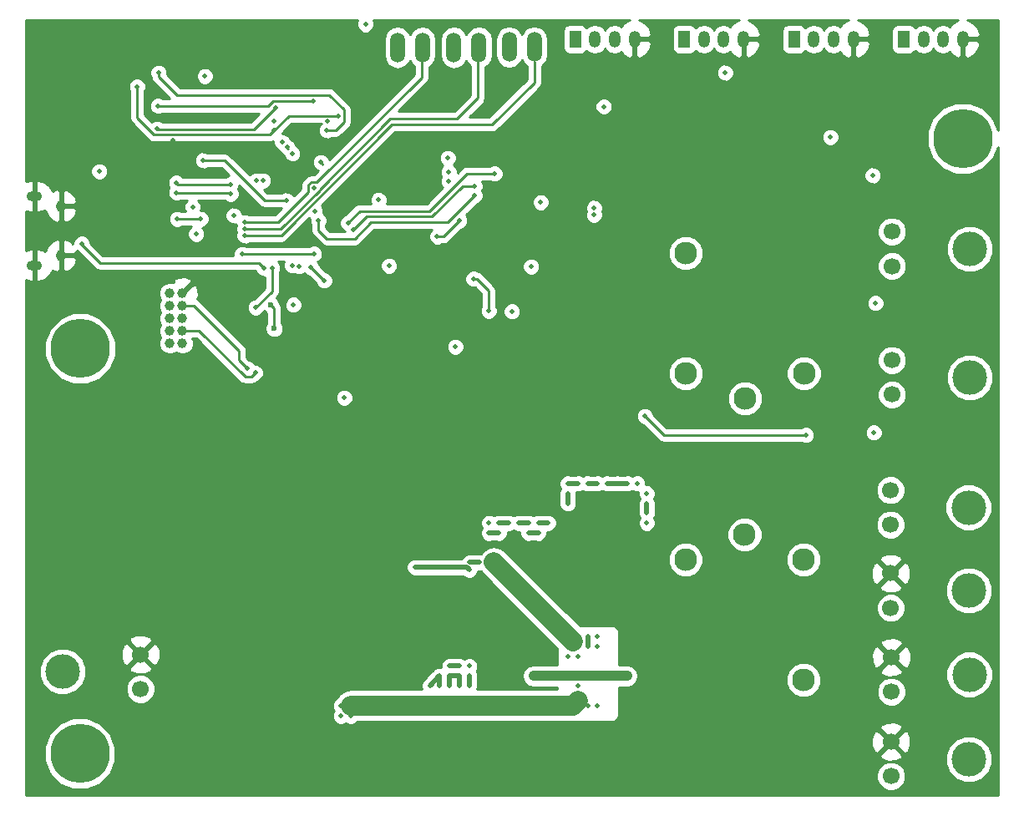
<source format=gbr>
G04 #@! TF.FileFunction,Copper,L4,Bot,Mixed*
%FSLAX46Y46*%
G04 Gerber Fmt 4.6, Leading zero omitted, Abs format (unit mm)*
G04 Created by KiCad (PCBNEW 4.0.2-stable) date 4/11/2016 8:36:19 PM*
%MOMM*%
G01*
G04 APERTURE LIST*
%ADD10C,0.100000*%
%ADD11C,2.300000*%
%ADD12O,0.950000X1.250000*%
%ADD13O,1.550000X1.000000*%
%ADD14C,1.000000*%
%ADD15O,1.506220X3.014980*%
%ADD16R,1.200000X1.700000*%
%ADD17O,1.200000X1.700000*%
%ADD18C,1.700000*%
%ADD19C,3.500000*%
%ADD20C,6.000000*%
%ADD21C,0.508000*%
%ADD22C,0.600000*%
%ADD23C,0.250000*%
%ADD24C,0.500000*%
%ADD25C,1.000000*%
%ADD26C,2.000000*%
%ADD27C,0.254000*%
G04 APERTURE END LIST*
D10*
D11*
X157423600Y-89875200D03*
X151423600Y-87325200D03*
X163423600Y-87325200D03*
X151423600Y-75125200D03*
D12*
X88125740Y-70371700D03*
X88125740Y-75371700D03*
D13*
X85425740Y-69371700D03*
X85425740Y-76371700D03*
D14*
X99136200Y-84277200D03*
X100406200Y-84277200D03*
X99136200Y-83007200D03*
X100406200Y-83007200D03*
X99136200Y-81737200D03*
X100406200Y-81737200D03*
X99136200Y-80467200D03*
X100406200Y-80467200D03*
X99136200Y-79197200D03*
X100406200Y-79197200D03*
D15*
X122224800Y-54279800D03*
X124764800Y-54279800D03*
X127939800Y-54279800D03*
X130479800Y-54279800D03*
X133553200Y-54254400D03*
X136093200Y-54254400D03*
D11*
X157409400Y-103647400D03*
X163409400Y-106197400D03*
X151409400Y-106197400D03*
X163409400Y-118397400D03*
D16*
X140246100Y-53454300D03*
D17*
X142246100Y-53454300D03*
X144246100Y-53454300D03*
X146246100Y-53454300D03*
D16*
X151295100Y-53454300D03*
D17*
X153295100Y-53454300D03*
X155295100Y-53454300D03*
X157295100Y-53454300D03*
D16*
X162420300Y-53454300D03*
D17*
X164420300Y-53454300D03*
X166420300Y-53454300D03*
X168420300Y-53454300D03*
D16*
X173545500Y-53454300D03*
D17*
X175545500Y-53454300D03*
X177545500Y-53454300D03*
X179545500Y-53454300D03*
D18*
X96175000Y-115826600D03*
X96175000Y-119326600D03*
D19*
X88265000Y-117576600D03*
D18*
X172339000Y-76448800D03*
X172339000Y-72948800D03*
D19*
X180249000Y-74698800D03*
D18*
X172339000Y-89481600D03*
X172339000Y-85981600D03*
D19*
X180249000Y-87731600D03*
D18*
X172201400Y-102664200D03*
X172201400Y-99164200D03*
D19*
X180111400Y-100914200D03*
D18*
X172252200Y-128165800D03*
X172252200Y-124665800D03*
D19*
X180162200Y-126415800D03*
D18*
X172277600Y-119606000D03*
X172277600Y-116106000D03*
D19*
X180187600Y-117856000D03*
D18*
X172226800Y-111097000D03*
X172226800Y-107597000D03*
D19*
X180136800Y-109347000D03*
D20*
X90018000Y-125866000D03*
X90054000Y-84813000D03*
X179514000Y-63520000D03*
D21*
X133817360Y-81046320D03*
X114452400Y-65913000D03*
X132500000Y-103500000D03*
X131500000Y-103500000D03*
X131500000Y-102500000D03*
X132500000Y-102500000D03*
X133500000Y-102500000D03*
X134500000Y-102500000D03*
X135500000Y-102500000D03*
X135500000Y-103500000D03*
X136500000Y-103500000D03*
X136500000Y-102500000D03*
X137500000Y-102500000D03*
X143141700Y-60274200D03*
X116837460Y-89801700D03*
X102709980Y-57203340D03*
X166090600Y-63373000D03*
X101803200Y-73202800D03*
X105613200Y-71323200D03*
X118973600Y-51968400D03*
X91973400Y-66840100D03*
X101447600Y-70434200D03*
X127330200Y-65506600D03*
X128082040Y-84627720D03*
X121351040Y-76408280D03*
X136748520Y-69997320D03*
X135773160Y-76489560D03*
X111683800Y-80365600D03*
X120319800Y-69748400D03*
X155448000Y-56845200D03*
X130616960Y-84211160D03*
X153847800Y-57073800D03*
X145389600Y-123367800D03*
X148615400Y-123367800D03*
X145415000Y-127025400D03*
X172161200Y-69799200D03*
X115087400Y-61747400D03*
X99472404Y-63667031D03*
X84734400Y-64617600D03*
X84709000Y-54051200D03*
X132500000Y-123500000D03*
X117000000Y-118000000D03*
X120000000Y-125000000D03*
X120000000Y-124000000D03*
X117000000Y-125000000D03*
X117000000Y-123950000D03*
X112000000Y-126500000D03*
X110500000Y-120000000D03*
X127000000Y-105500000D03*
X125000000Y-113500000D03*
X128000000Y-111000000D03*
X121500000Y-109500000D03*
X132000000Y-110500000D03*
X137500000Y-108000000D03*
X149000000Y-128500000D03*
X113055400Y-53670200D03*
X104759760Y-81175860D03*
X116189760Y-88689180D03*
X101224080Y-57188100D03*
X164998400Y-60756800D03*
X172300900Y-82715100D03*
X172212000Y-95796100D03*
X152933400Y-95605600D03*
X162026600Y-97663000D03*
X99161600Y-88138000D03*
X99212400Y-74320400D03*
X137617200Y-58013600D03*
X105613200Y-70408800D03*
X101485700Y-66281300D03*
X106735880Y-51673760D03*
X128828800Y-63017400D03*
X109728000Y-61747400D03*
X127238760Y-85181440D03*
X123037600Y-68326000D03*
X132669280Y-78719680D03*
X131404360Y-73070720D03*
X137297160Y-76489560D03*
X113487200Y-81864200D03*
X117094000Y-68910200D03*
D22*
X109372400Y-80391000D03*
X109728000Y-82778600D03*
D21*
X108712000Y-76657200D03*
X90220800Y-74168000D03*
X107797600Y-87274400D03*
X106984800Y-86817200D03*
X147294600Y-91668600D03*
X163601400Y-93573600D03*
X170383200Y-67259200D03*
X110515400Y-63906400D03*
X170662600Y-80187800D03*
X111057820Y-64414400D03*
X170510200Y-93319600D03*
X111557820Y-65024000D03*
X102285800Y-71666100D03*
X99910900Y-71691500D03*
X99796600Y-67983100D03*
X105283000Y-68173600D03*
X99796600Y-68999100D03*
X105321100Y-69126100D03*
X128480777Y-71852220D03*
X126253240Y-73466960D03*
X131470400Y-81000600D03*
X129926080Y-77729080D03*
X106730800Y-72034400D03*
X106730800Y-72694800D03*
X106730800Y-73355200D03*
X107848400Y-80670400D03*
X109524800Y-76631800D03*
X142163800Y-70561200D03*
X111531400Y-76377800D03*
X142138400Y-71247000D03*
X112217200Y-76479400D03*
X117754400Y-72796400D03*
X130048000Y-68326000D03*
X117221000Y-72085200D03*
X132054600Y-67056000D03*
X114198400Y-71831200D03*
X130048000Y-69316600D03*
X97942400Y-60198000D03*
X113690400Y-59690000D03*
X97866200Y-62534800D03*
X109870240Y-60360560D03*
X116179600Y-61239400D03*
X95834200Y-58242200D03*
X109728000Y-62687200D03*
X135999240Y-118000000D03*
X145500000Y-118000000D03*
X147500000Y-102500000D03*
X147500000Y-101500000D03*
X147500000Y-100500000D03*
X147500000Y-99500000D03*
X146500000Y-98500000D03*
X145500000Y-98500000D03*
X144500000Y-98500000D03*
X143500000Y-98500000D03*
X142500000Y-98500000D03*
X141500000Y-98500000D03*
X140500000Y-98500000D03*
X139500000Y-98500000D03*
X139500000Y-99500000D03*
X139500000Y-100500000D03*
X129500000Y-117000000D03*
X128500000Y-117000000D03*
X127500000Y-117000000D03*
X125500000Y-119000000D03*
X126500000Y-118000000D03*
X126500000Y-119000000D03*
X127500000Y-119000000D03*
X127500000Y-118000000D03*
X128500000Y-118000000D03*
X128500000Y-119000000D03*
X129500000Y-119000000D03*
X129500000Y-118000000D03*
X97993200Y-56870600D03*
X115036600Y-62687200D03*
X127406400Y-67838320D03*
X108597700Y-67784980D03*
X127406400Y-66888360D03*
X107899200Y-67772280D03*
X113461800Y-76581000D03*
X114782600Y-77901800D03*
X141500000Y-114000000D03*
X142500000Y-114000000D03*
X117500000Y-122050000D03*
X117500000Y-121000000D03*
X116500000Y-121000000D03*
X116500000Y-122050000D03*
X124000000Y-107000000D03*
X131500000Y-106500000D03*
X129500000Y-107250000D03*
X129500000Y-106500000D03*
X130500000Y-106500000D03*
X142500000Y-121000000D03*
X141500000Y-121000000D03*
X140500000Y-121000000D03*
X140500000Y-120000000D03*
X140500000Y-119000000D03*
X140500000Y-116000000D03*
X139500000Y-116000000D03*
X139500000Y-115000000D03*
X140500000Y-115000000D03*
X140500000Y-114000000D03*
X139500000Y-114000000D03*
X141500000Y-115000000D03*
X142500000Y-115000000D03*
X110972600Y-69799200D03*
X102514400Y-65735200D03*
X113842800Y-70891400D03*
X113792000Y-68554600D03*
X113741200Y-75209400D03*
X106451400Y-75234800D03*
D23*
X114452400Y-65913000D02*
X114579400Y-66040000D01*
X114579400Y-66040000D02*
X114579400Y-66141600D01*
D24*
X131500000Y-103500000D02*
X132500000Y-103500000D01*
X133500000Y-102500000D02*
X132500000Y-102500000D01*
X135500000Y-102500000D02*
X134500000Y-102500000D01*
X136500000Y-103500000D02*
X135500000Y-103500000D01*
X137500000Y-102500000D02*
X136500000Y-102500000D01*
X153847800Y-57023000D02*
X153797000Y-57023000D01*
X153847800Y-57073800D02*
X153847800Y-57023000D01*
D23*
X145415000Y-127025400D02*
X145389600Y-127025400D01*
X84709000Y-54051200D02*
X84709000Y-54000400D01*
D24*
X120000000Y-124000000D02*
X120000000Y-125000000D01*
D23*
X101224080Y-57188100D02*
X101224080Y-57180480D01*
X137617200Y-58013600D02*
X137566400Y-57962800D01*
X109728000Y-82778600D02*
X109728000Y-80746600D01*
X109728000Y-80746600D02*
X109372400Y-80391000D01*
X90220800Y-74320400D02*
X92049600Y-76149200D01*
X92049600Y-76149200D02*
X108204000Y-76149200D01*
X108204000Y-76149200D02*
X108712000Y-76657200D01*
X90220800Y-74168000D02*
X90220800Y-74320400D01*
X102108000Y-83007200D02*
X106781600Y-87680800D01*
X106781600Y-87680800D02*
X107391200Y-87680800D01*
X107391200Y-87680800D02*
X107797600Y-87274400D01*
X102108000Y-83007200D02*
X100406200Y-83007200D01*
X101600000Y-80467200D02*
X106172000Y-85039200D01*
X106172000Y-85039200D02*
X106172000Y-86004400D01*
X106172000Y-86004400D02*
X106984800Y-86817200D01*
X101600000Y-80467200D02*
X100406200Y-80467200D01*
X163601400Y-93573600D02*
X149199600Y-93573600D01*
X149199600Y-93573600D02*
X147294600Y-91668600D01*
X111057820Y-64448820D02*
X111057820Y-64414400D01*
X111150400Y-64541400D02*
X111057820Y-64448820D01*
X99910900Y-71691500D02*
X102260400Y-71691500D01*
X102260400Y-71691500D02*
X102285800Y-71666100D01*
X105283000Y-68173600D02*
X99987100Y-68173600D01*
X99987100Y-68173600D02*
X99796600Y-67983100D01*
X105283000Y-68173600D02*
X105257600Y-68148200D01*
X99796600Y-68999100D02*
X105194100Y-68999100D01*
X105194100Y-68999100D02*
X105321100Y-69126100D01*
X105321100Y-69126100D02*
X105333800Y-69126100D01*
X128226778Y-72106219D02*
X128480777Y-71852220D01*
X126253240Y-73466960D02*
X126866037Y-73466960D01*
X126866037Y-73466960D02*
X128226778Y-72106219D01*
X129926080Y-77729080D02*
X130251200Y-77729080D01*
X131470400Y-78948280D02*
X131470400Y-81000600D01*
X130251200Y-77729080D02*
X131470400Y-78948280D01*
X110112328Y-72034400D02*
X107090010Y-72034400D01*
X124663200Y-55753000D02*
X124663200Y-57323041D01*
X124663200Y-57323041D02*
X114062242Y-67923999D01*
X114062242Y-67923999D02*
X113487279Y-67923999D01*
X113487279Y-67923999D02*
X113212199Y-68199079D01*
X113212199Y-68199079D02*
X113212199Y-68934529D01*
X107090010Y-72034400D02*
X106730800Y-72034400D01*
X113212199Y-68934529D02*
X110112328Y-72034400D01*
X114321001Y-68660599D02*
X114321001Y-68783121D01*
X128270000Y-61518800D02*
X121462800Y-61518800D01*
X130378200Y-59410600D02*
X128270000Y-61518800D01*
X130378200Y-55753000D02*
X130378200Y-59410600D01*
X121462800Y-61518800D02*
X114321001Y-68660599D01*
X110409322Y-72694800D02*
X107090010Y-72694800D01*
X114321001Y-68783121D02*
X110409322Y-72694800D01*
X107090010Y-72694800D02*
X106730800Y-72694800D01*
X136093200Y-57835800D02*
X131800600Y-62128400D01*
X136093200Y-55753000D02*
X136093200Y-57835800D01*
X121666000Y-62128400D02*
X110439200Y-73355200D01*
X131800600Y-62128400D02*
X121666000Y-62128400D01*
X110439200Y-73355200D02*
X106730800Y-73355200D01*
X109524800Y-76631800D02*
X109524800Y-78994000D01*
X109524800Y-78994000D02*
X107848400Y-80670400D01*
X125726390Y-71424800D02*
X119100600Y-71424800D01*
X119100600Y-71424800D02*
X117652800Y-72872600D01*
X117652800Y-72872600D02*
X117754400Y-72872600D01*
X130048000Y-68326000D02*
X128825190Y-68326000D01*
X128825190Y-68326000D02*
X125726390Y-71424800D01*
X125476000Y-70866000D02*
X118389400Y-70866000D01*
X118389400Y-70866000D02*
X117221000Y-72009000D01*
X129286000Y-67056000D02*
X125476000Y-70866000D01*
X132054600Y-67056000D02*
X129286000Y-67056000D01*
X115036600Y-73685400D02*
X114198400Y-72847200D01*
X117906800Y-73685400D02*
X115036600Y-73685400D01*
X130048000Y-69316600D02*
X127330200Y-72034400D01*
X119557800Y-72034400D02*
X117906800Y-73685400D01*
X114198400Y-72847200D02*
X114198400Y-71831200D01*
X127330200Y-72034400D02*
X119557800Y-72034400D01*
X113690400Y-59690000D02*
X109635258Y-59690000D01*
X109635258Y-59690000D02*
X109127258Y-60198000D01*
X109127258Y-60198000D02*
X97942400Y-60198000D01*
X109870240Y-60360560D02*
X109616241Y-60614559D01*
X109616241Y-60614559D02*
X109616241Y-60636349D01*
X109616241Y-60636349D02*
X107666990Y-62585600D01*
X107666990Y-62585600D02*
X97917000Y-62585600D01*
X97917000Y-62585600D02*
X97866200Y-62534800D01*
X109728000Y-62687200D02*
X111201200Y-61214000D01*
X111201200Y-61214000D02*
X116154200Y-61214000D01*
X116154200Y-61214000D02*
X116179600Y-61239400D01*
X109728000Y-62687200D02*
X109277189Y-63138011D01*
X109277189Y-63138011D02*
X97548111Y-63138011D01*
X97548111Y-63138011D02*
X95834200Y-61424100D01*
X95834200Y-61424100D02*
X95834200Y-58601410D01*
X95834200Y-58601410D02*
X95834200Y-58242200D01*
D25*
X145500000Y-118000000D02*
X135999240Y-118000000D01*
D24*
X147500000Y-100500000D02*
X147500000Y-101500000D01*
X144500000Y-98500000D02*
X145500000Y-98500000D01*
X143500000Y-98500000D02*
X144500000Y-98500000D01*
X141500000Y-98500000D02*
X142500000Y-98500000D01*
X139500000Y-98500000D02*
X140500000Y-98500000D01*
X139500000Y-100500000D02*
X139500000Y-99500000D01*
X127500000Y-117000000D02*
X128500000Y-117000000D01*
X126500000Y-118000000D02*
X125500000Y-119000000D01*
X126500000Y-119000000D02*
X126500000Y-118000000D01*
X127500000Y-118000000D02*
X127500000Y-119000000D01*
X128500000Y-118000000D02*
X127500000Y-118000000D01*
X128500000Y-119000000D02*
X128500000Y-118000000D01*
X129500000Y-118000000D02*
X129500000Y-119000000D01*
D23*
X97993200Y-57229810D02*
X99869190Y-59105800D01*
X99869190Y-59105800D02*
X115290600Y-59105800D01*
X115290600Y-59105800D02*
X116789200Y-60604400D01*
X116789200Y-60604400D02*
X116789200Y-61874400D01*
X116789200Y-61874400D02*
X115976400Y-62687200D01*
X115976400Y-62687200D02*
X115036600Y-62687200D01*
X97993200Y-56870600D02*
X97993200Y-57229810D01*
X114782600Y-77901800D02*
X113461800Y-76581000D01*
D24*
X141500000Y-114000000D02*
X141500000Y-115000000D01*
X124000000Y-107000000D02*
X129250000Y-107000000D01*
X129250000Y-107000000D02*
X129500000Y-107250000D01*
D26*
X140000000Y-114500000D02*
X139500000Y-114000000D01*
X132000000Y-106500000D02*
X140000000Y-114500000D01*
D24*
X140500000Y-120000000D02*
X140500000Y-120500000D01*
X140500000Y-120500000D02*
X140500000Y-121000000D01*
D26*
X117500000Y-121000000D02*
X140000000Y-121000000D01*
X140000000Y-121000000D02*
X140500000Y-120500000D01*
D24*
X116500000Y-121000000D02*
X117500000Y-121000000D01*
D25*
X131500000Y-106500000D02*
X132000000Y-106500000D01*
D24*
X130500000Y-106500000D02*
X129500000Y-106500000D01*
X139500000Y-114000000D02*
X139500000Y-115000000D01*
X140500000Y-115000000D02*
X140500000Y-114000000D01*
D23*
X110613390Y-69799200D02*
X110972600Y-69799200D01*
X108737400Y-69799200D02*
X110613390Y-69799200D01*
X102514400Y-65735200D02*
X104673400Y-65735200D01*
X104673400Y-65735200D02*
X108737400Y-69799200D01*
X106451400Y-75234800D02*
X113715800Y-75234800D01*
X113715800Y-75234800D02*
X113741200Y-75209400D01*
D27*
G36*
X118084754Y-51790791D02*
X118084446Y-52144457D01*
X118219503Y-52471320D01*
X118469364Y-52721618D01*
X118795991Y-52857246D01*
X119149657Y-52857554D01*
X119476520Y-52722497D01*
X119726818Y-52472636D01*
X119862446Y-52146009D01*
X119862754Y-51792343D01*
X119750224Y-51520000D01*
X145786161Y-51520000D01*
X145718560Y-51533829D01*
X145119455Y-51862867D01*
X144890191Y-52148793D01*
X144718714Y-52034216D01*
X144246100Y-51940207D01*
X143773486Y-52034216D01*
X143372823Y-52301930D01*
X143246100Y-52491585D01*
X143119377Y-52301930D01*
X142718714Y-52034216D01*
X142246100Y-51940207D01*
X141773486Y-52034216D01*
X141396104Y-52286374D01*
X141310190Y-52152859D01*
X141097990Y-52007869D01*
X140846100Y-51956860D01*
X139646100Y-51956860D01*
X139410783Y-52001138D01*
X139194659Y-52140210D01*
X139049669Y-52352410D01*
X138998660Y-52604300D01*
X138998660Y-54304300D01*
X139042938Y-54539617D01*
X139182010Y-54755741D01*
X139394210Y-54900731D01*
X139646100Y-54951740D01*
X140846100Y-54951740D01*
X141081417Y-54907462D01*
X141297541Y-54768390D01*
X141397001Y-54622825D01*
X141773486Y-54874384D01*
X142246100Y-54968393D01*
X142718714Y-54874384D01*
X143119377Y-54606670D01*
X143246100Y-54417015D01*
X143372823Y-54606670D01*
X143773486Y-54874384D01*
X144246100Y-54968393D01*
X144718714Y-54874384D01*
X144890191Y-54759807D01*
X145119455Y-55045733D01*
X145718560Y-55374771D01*
X145848723Y-55401398D01*
X146119100Y-55156005D01*
X146119100Y-53581300D01*
X146373100Y-53581300D01*
X146373100Y-55156005D01*
X146643477Y-55401398D01*
X146773640Y-55374771D01*
X147372745Y-55045733D01*
X147800328Y-54512474D01*
X147991294Y-53856178D01*
X147707817Y-53581300D01*
X146373100Y-53581300D01*
X146119100Y-53581300D01*
X146099100Y-53581300D01*
X146099100Y-53327300D01*
X146119100Y-53327300D01*
X146119100Y-53307300D01*
X146373100Y-53307300D01*
X146373100Y-53327300D01*
X147707817Y-53327300D01*
X147991294Y-53052422D01*
X147800328Y-52396126D01*
X147372745Y-51862867D01*
X146773640Y-51533829D01*
X146706039Y-51520000D01*
X156835161Y-51520000D01*
X156767560Y-51533829D01*
X156168455Y-51862867D01*
X155939191Y-52148793D01*
X155767714Y-52034216D01*
X155295100Y-51940207D01*
X154822486Y-52034216D01*
X154421823Y-52301930D01*
X154295100Y-52491585D01*
X154168377Y-52301930D01*
X153767714Y-52034216D01*
X153295100Y-51940207D01*
X152822486Y-52034216D01*
X152445104Y-52286374D01*
X152359190Y-52152859D01*
X152146990Y-52007869D01*
X151895100Y-51956860D01*
X150695100Y-51956860D01*
X150459783Y-52001138D01*
X150243659Y-52140210D01*
X150098669Y-52352410D01*
X150047660Y-52604300D01*
X150047660Y-54304300D01*
X150091938Y-54539617D01*
X150231010Y-54755741D01*
X150443210Y-54900731D01*
X150695100Y-54951740D01*
X151895100Y-54951740D01*
X152130417Y-54907462D01*
X152346541Y-54768390D01*
X152446001Y-54622825D01*
X152822486Y-54874384D01*
X153295100Y-54968393D01*
X153767714Y-54874384D01*
X154168377Y-54606670D01*
X154295100Y-54417015D01*
X154421823Y-54606670D01*
X154822486Y-54874384D01*
X155295100Y-54968393D01*
X155767714Y-54874384D01*
X155939191Y-54759807D01*
X156168455Y-55045733D01*
X156767560Y-55374771D01*
X156897723Y-55401398D01*
X157168100Y-55156005D01*
X157168100Y-53581300D01*
X157422100Y-53581300D01*
X157422100Y-55156005D01*
X157692477Y-55401398D01*
X157822640Y-55374771D01*
X158421745Y-55045733D01*
X158849328Y-54512474D01*
X159040294Y-53856178D01*
X158756817Y-53581300D01*
X157422100Y-53581300D01*
X157168100Y-53581300D01*
X157148100Y-53581300D01*
X157148100Y-53327300D01*
X157168100Y-53327300D01*
X157168100Y-53307300D01*
X157422100Y-53307300D01*
X157422100Y-53327300D01*
X158756817Y-53327300D01*
X159040294Y-53052422D01*
X158849328Y-52396126D01*
X158421745Y-51862867D01*
X157822640Y-51533829D01*
X157755039Y-51520000D01*
X167960361Y-51520000D01*
X167892760Y-51533829D01*
X167293655Y-51862867D01*
X167064391Y-52148793D01*
X166892914Y-52034216D01*
X166420300Y-51940207D01*
X165947686Y-52034216D01*
X165547023Y-52301930D01*
X165420300Y-52491585D01*
X165293577Y-52301930D01*
X164892914Y-52034216D01*
X164420300Y-51940207D01*
X163947686Y-52034216D01*
X163570304Y-52286374D01*
X163484390Y-52152859D01*
X163272190Y-52007869D01*
X163020300Y-51956860D01*
X161820300Y-51956860D01*
X161584983Y-52001138D01*
X161368859Y-52140210D01*
X161223869Y-52352410D01*
X161172860Y-52604300D01*
X161172860Y-54304300D01*
X161217138Y-54539617D01*
X161356210Y-54755741D01*
X161568410Y-54900731D01*
X161820300Y-54951740D01*
X163020300Y-54951740D01*
X163255617Y-54907462D01*
X163471741Y-54768390D01*
X163571201Y-54622825D01*
X163947686Y-54874384D01*
X164420300Y-54968393D01*
X164892914Y-54874384D01*
X165293577Y-54606670D01*
X165420300Y-54417015D01*
X165547023Y-54606670D01*
X165947686Y-54874384D01*
X166420300Y-54968393D01*
X166892914Y-54874384D01*
X167064391Y-54759807D01*
X167293655Y-55045733D01*
X167892760Y-55374771D01*
X168022923Y-55401398D01*
X168293300Y-55156005D01*
X168293300Y-53581300D01*
X168547300Y-53581300D01*
X168547300Y-55156005D01*
X168817677Y-55401398D01*
X168947840Y-55374771D01*
X169546945Y-55045733D01*
X169974528Y-54512474D01*
X170165494Y-53856178D01*
X169882017Y-53581300D01*
X168547300Y-53581300D01*
X168293300Y-53581300D01*
X168273300Y-53581300D01*
X168273300Y-53327300D01*
X168293300Y-53327300D01*
X168293300Y-53307300D01*
X168547300Y-53307300D01*
X168547300Y-53327300D01*
X169882017Y-53327300D01*
X170165494Y-53052422D01*
X169974528Y-52396126D01*
X169546945Y-51862867D01*
X168947840Y-51533829D01*
X168880239Y-51520000D01*
X179085561Y-51520000D01*
X179017960Y-51533829D01*
X178418855Y-51862867D01*
X178189591Y-52148793D01*
X178018114Y-52034216D01*
X177545500Y-51940207D01*
X177072886Y-52034216D01*
X176672223Y-52301930D01*
X176545500Y-52491585D01*
X176418777Y-52301930D01*
X176018114Y-52034216D01*
X175545500Y-51940207D01*
X175072886Y-52034216D01*
X174695504Y-52286374D01*
X174609590Y-52152859D01*
X174397390Y-52007869D01*
X174145500Y-51956860D01*
X172945500Y-51956860D01*
X172710183Y-52001138D01*
X172494059Y-52140210D01*
X172349069Y-52352410D01*
X172298060Y-52604300D01*
X172298060Y-54304300D01*
X172342338Y-54539617D01*
X172481410Y-54755741D01*
X172693610Y-54900731D01*
X172945500Y-54951740D01*
X174145500Y-54951740D01*
X174380817Y-54907462D01*
X174596941Y-54768390D01*
X174696401Y-54622825D01*
X175072886Y-54874384D01*
X175545500Y-54968393D01*
X176018114Y-54874384D01*
X176418777Y-54606670D01*
X176545500Y-54417015D01*
X176672223Y-54606670D01*
X177072886Y-54874384D01*
X177545500Y-54968393D01*
X178018114Y-54874384D01*
X178189591Y-54759807D01*
X178418855Y-55045733D01*
X179017960Y-55374771D01*
X179148123Y-55401398D01*
X179418500Y-55156005D01*
X179418500Y-53581300D01*
X179672500Y-53581300D01*
X179672500Y-55156005D01*
X179942877Y-55401398D01*
X180073040Y-55374771D01*
X180672145Y-55045733D01*
X181099728Y-54512474D01*
X181290694Y-53856178D01*
X181007217Y-53581300D01*
X179672500Y-53581300D01*
X179418500Y-53581300D01*
X179398500Y-53581300D01*
X179398500Y-53327300D01*
X179418500Y-53327300D01*
X179418500Y-53307300D01*
X179672500Y-53307300D01*
X179672500Y-53327300D01*
X181007217Y-53327300D01*
X181290694Y-53052422D01*
X181099728Y-52396126D01*
X180672145Y-51862867D01*
X180073040Y-51533829D01*
X180005439Y-51520000D01*
X183110000Y-51520000D01*
X183110000Y-62704214D01*
X182597400Y-61463628D01*
X181575751Y-60440194D01*
X180240218Y-59885632D01*
X178794126Y-59884370D01*
X177457628Y-60436600D01*
X176434194Y-61458249D01*
X175879632Y-62793782D01*
X175878370Y-64239874D01*
X176430600Y-65576372D01*
X177452249Y-66599806D01*
X178787782Y-67154368D01*
X180233874Y-67155630D01*
X181570372Y-66603400D01*
X182593806Y-65581751D01*
X183110000Y-64338618D01*
X183110000Y-130100000D01*
X84530000Y-130100000D01*
X84530000Y-126585874D01*
X86382370Y-126585874D01*
X86934600Y-127922372D01*
X87956249Y-128945806D01*
X89291782Y-129500368D01*
X90737874Y-129501630D01*
X92074372Y-128949400D01*
X92564738Y-128459889D01*
X170766943Y-128459889D01*
X170992544Y-129005886D01*
X171409917Y-129423988D01*
X171955519Y-129650542D01*
X172546289Y-129651057D01*
X173092286Y-129425456D01*
X173510388Y-129008083D01*
X173736942Y-128462481D01*
X173737457Y-127871711D01*
X173511856Y-127325714D01*
X173094483Y-126907612D01*
X173047554Y-126888125D01*
X177776787Y-126888125D01*
X178139116Y-127765029D01*
X178809442Y-128436526D01*
X179685713Y-128800385D01*
X180634525Y-128801213D01*
X181511429Y-128438884D01*
X182182926Y-127768558D01*
X182546785Y-126892287D01*
X182547613Y-125943475D01*
X182185284Y-125066571D01*
X181514958Y-124395074D01*
X180638687Y-124031215D01*
X179689875Y-124030387D01*
X178812971Y-124392716D01*
X178141474Y-125063042D01*
X177777615Y-125939313D01*
X177776787Y-126888125D01*
X173047554Y-126888125D01*
X172548881Y-126681058D01*
X171958111Y-126680543D01*
X171412114Y-126906144D01*
X170994012Y-127323517D01*
X170767458Y-127869119D01*
X170766943Y-128459889D01*
X92564738Y-128459889D01*
X93097806Y-127927751D01*
X93652368Y-126592218D01*
X93652896Y-125987150D01*
X171110455Y-125987150D01*
X171162874Y-126381194D01*
X171902247Y-126667484D01*
X172694897Y-126649035D01*
X173341526Y-126381194D01*
X173393945Y-125987150D01*
X172252200Y-124845405D01*
X171110455Y-125987150D01*
X93652896Y-125987150D01*
X93653630Y-125146126D01*
X93310566Y-124315847D01*
X170250516Y-124315847D01*
X170268965Y-125108497D01*
X170536806Y-125755126D01*
X170930850Y-125807545D01*
X172072595Y-124665800D01*
X172431805Y-124665800D01*
X173573550Y-125807545D01*
X173967594Y-125755126D01*
X174253884Y-125015753D01*
X174235435Y-124223103D01*
X173967594Y-123576474D01*
X173573550Y-123524055D01*
X172431805Y-124665800D01*
X172072595Y-124665800D01*
X170930850Y-123524055D01*
X170536806Y-123576474D01*
X170250516Y-124315847D01*
X93310566Y-124315847D01*
X93101400Y-123809628D01*
X92637034Y-123344450D01*
X171110455Y-123344450D01*
X172252200Y-124486195D01*
X173393945Y-123344450D01*
X173341526Y-122950406D01*
X172602153Y-122664116D01*
X171809503Y-122682565D01*
X171162874Y-122950406D01*
X171110455Y-123344450D01*
X92637034Y-123344450D01*
X92079751Y-122786194D01*
X90744218Y-122231632D01*
X89298126Y-122230370D01*
X87961628Y-122782600D01*
X86938194Y-123804249D01*
X86383632Y-125139782D01*
X86382370Y-126585874D01*
X84530000Y-126585874D01*
X84530000Y-121176057D01*
X115610846Y-121176057D01*
X115745903Y-121502920D01*
X115767764Y-121524819D01*
X115746782Y-121545764D01*
X115611154Y-121872391D01*
X115610846Y-122226057D01*
X115745903Y-122552920D01*
X115995764Y-122803218D01*
X116322391Y-122938846D01*
X116676057Y-122939154D01*
X117000394Y-122805141D01*
X117322391Y-122938846D01*
X117676057Y-122939154D01*
X118002920Y-122804097D01*
X118172313Y-122635000D01*
X139999995Y-122635000D01*
X140000000Y-122635001D01*
X140000005Y-122635000D01*
X144000000Y-122635000D01*
X144230795Y-122591573D01*
X144442767Y-122455173D01*
X144584971Y-122247051D01*
X144635000Y-122000000D01*
X144635000Y-119135000D01*
X145500000Y-119135000D01*
X145934346Y-119048603D01*
X146302566Y-118802566D01*
X146337087Y-118750901D01*
X161624091Y-118750901D01*
X161895268Y-119407200D01*
X162396959Y-119909767D01*
X163052784Y-120182089D01*
X163762901Y-120182709D01*
X164419200Y-119911532D01*
X164430662Y-119900089D01*
X170792343Y-119900089D01*
X171017944Y-120446086D01*
X171435317Y-120864188D01*
X171980919Y-121090742D01*
X172571689Y-121091257D01*
X173117686Y-120865656D01*
X173535788Y-120448283D01*
X173762342Y-119902681D01*
X173762857Y-119311911D01*
X173537256Y-118765914D01*
X173119883Y-118347812D01*
X173072954Y-118328325D01*
X177802187Y-118328325D01*
X178164516Y-119205229D01*
X178834842Y-119876726D01*
X179711113Y-120240585D01*
X180659925Y-120241413D01*
X181536829Y-119879084D01*
X182208326Y-119208758D01*
X182572185Y-118332487D01*
X182573013Y-117383675D01*
X182210684Y-116506771D01*
X181540358Y-115835274D01*
X180664087Y-115471415D01*
X179715275Y-115470587D01*
X178838371Y-115832916D01*
X178166874Y-116503242D01*
X177803015Y-117379513D01*
X177802187Y-118328325D01*
X173072954Y-118328325D01*
X172574281Y-118121258D01*
X171983511Y-118120743D01*
X171437514Y-118346344D01*
X171019412Y-118763717D01*
X170792858Y-119309319D01*
X170792343Y-119900089D01*
X164430662Y-119900089D01*
X164921767Y-119409841D01*
X165194089Y-118754016D01*
X165194709Y-118043899D01*
X164939957Y-117427350D01*
X171135855Y-117427350D01*
X171188274Y-117821394D01*
X171927647Y-118107684D01*
X172720297Y-118089235D01*
X173366926Y-117821394D01*
X173419345Y-117427350D01*
X172277600Y-116285605D01*
X171135855Y-117427350D01*
X164939957Y-117427350D01*
X164923532Y-117387600D01*
X164421841Y-116885033D01*
X163766016Y-116612711D01*
X163055899Y-116612091D01*
X162399600Y-116883268D01*
X161897033Y-117384959D01*
X161624711Y-118040784D01*
X161624091Y-118750901D01*
X146337087Y-118750901D01*
X146548603Y-118434346D01*
X146635000Y-118000000D01*
X146548603Y-117565654D01*
X146302566Y-117197434D01*
X145934346Y-116951397D01*
X145500000Y-116865000D01*
X144635000Y-116865000D01*
X144635000Y-115756047D01*
X170275916Y-115756047D01*
X170294365Y-116548697D01*
X170562206Y-117195326D01*
X170956250Y-117247745D01*
X172097995Y-116106000D01*
X172457205Y-116106000D01*
X173598950Y-117247745D01*
X173992994Y-117195326D01*
X174279284Y-116455953D01*
X174260835Y-115663303D01*
X173992994Y-115016674D01*
X173598950Y-114964255D01*
X172457205Y-116106000D01*
X172097995Y-116106000D01*
X170956250Y-114964255D01*
X170562206Y-115016674D01*
X170275916Y-115756047D01*
X144635000Y-115756047D01*
X144635000Y-114784650D01*
X171135855Y-114784650D01*
X172277600Y-115926395D01*
X173419345Y-114784650D01*
X173366926Y-114390606D01*
X172627553Y-114104316D01*
X171834903Y-114122765D01*
X171188274Y-114390606D01*
X171135855Y-114784650D01*
X144635000Y-114784650D01*
X144635000Y-113500000D01*
X144591573Y-113269205D01*
X144455173Y-113057233D01*
X144247051Y-112915029D01*
X144000000Y-112865000D01*
X140677240Y-112865000D01*
X140656120Y-112843880D01*
X140656117Y-112843878D01*
X139203329Y-111391089D01*
X170741543Y-111391089D01*
X170967144Y-111937086D01*
X171384517Y-112355188D01*
X171930119Y-112581742D01*
X172520889Y-112582257D01*
X173066886Y-112356656D01*
X173484988Y-111939283D01*
X173711542Y-111393681D01*
X173712057Y-110802911D01*
X173486456Y-110256914D01*
X173069083Y-109838812D01*
X173022154Y-109819325D01*
X177751387Y-109819325D01*
X178113716Y-110696229D01*
X178784042Y-111367726D01*
X179660313Y-111731585D01*
X180609125Y-111732413D01*
X181486029Y-111370084D01*
X182157526Y-110699758D01*
X182521385Y-109823487D01*
X182522213Y-108874675D01*
X182159884Y-107997771D01*
X181489558Y-107326274D01*
X180613287Y-106962415D01*
X179664475Y-106961587D01*
X178787571Y-107323916D01*
X178116074Y-107994242D01*
X177752215Y-108870513D01*
X177751387Y-109819325D01*
X173022154Y-109819325D01*
X172523481Y-109612258D01*
X171932711Y-109611743D01*
X171386714Y-109837344D01*
X170968612Y-110254717D01*
X170742058Y-110800319D01*
X170741543Y-111391089D01*
X139203329Y-111391089D01*
X136730590Y-108918350D01*
X171085055Y-108918350D01*
X171137474Y-109312394D01*
X171876847Y-109598684D01*
X172669497Y-109580235D01*
X173316126Y-109312394D01*
X173368545Y-108918350D01*
X172226800Y-107776605D01*
X171085055Y-108918350D01*
X136730590Y-108918350D01*
X134363141Y-106550901D01*
X149624091Y-106550901D01*
X149895268Y-107207200D01*
X150396959Y-107709767D01*
X151052784Y-107982089D01*
X151762901Y-107982709D01*
X152419200Y-107711532D01*
X152921767Y-107209841D01*
X153194089Y-106554016D01*
X153194091Y-106550901D01*
X161624091Y-106550901D01*
X161895268Y-107207200D01*
X162396959Y-107709767D01*
X163052784Y-107982089D01*
X163762901Y-107982709D01*
X164419200Y-107711532D01*
X164884496Y-107247047D01*
X170225116Y-107247047D01*
X170243565Y-108039697D01*
X170511406Y-108686326D01*
X170905450Y-108738745D01*
X172047195Y-107597000D01*
X172406405Y-107597000D01*
X173548150Y-108738745D01*
X173942194Y-108686326D01*
X174228484Y-107946953D01*
X174210035Y-107154303D01*
X173942194Y-106507674D01*
X173548150Y-106455255D01*
X172406405Y-107597000D01*
X172047195Y-107597000D01*
X170905450Y-106455255D01*
X170511406Y-106507674D01*
X170225116Y-107247047D01*
X164884496Y-107247047D01*
X164921767Y-107209841D01*
X165194089Y-106554016D01*
X165194332Y-106275650D01*
X171085055Y-106275650D01*
X172226800Y-107417395D01*
X173368545Y-106275650D01*
X173316126Y-105881606D01*
X172576753Y-105595316D01*
X171784103Y-105613765D01*
X171137474Y-105881606D01*
X171085055Y-106275650D01*
X165194332Y-106275650D01*
X165194709Y-105843899D01*
X164923532Y-105187600D01*
X164421841Y-104685033D01*
X163766016Y-104412711D01*
X163055899Y-104412091D01*
X162399600Y-104683268D01*
X161897033Y-105184959D01*
X161624711Y-105840784D01*
X161624091Y-106550901D01*
X153194091Y-106550901D01*
X153194709Y-105843899D01*
X152923532Y-105187600D01*
X152421841Y-104685033D01*
X151766016Y-104412711D01*
X151055899Y-104412091D01*
X150399600Y-104683268D01*
X149897033Y-105184959D01*
X149624711Y-105840784D01*
X149624091Y-106550901D01*
X134363141Y-106550901D01*
X133156120Y-105343880D01*
X132625688Y-104989457D01*
X132000000Y-104864999D01*
X131374312Y-104989457D01*
X130843880Y-105343880D01*
X130665301Y-105611143D01*
X130323943Y-105610846D01*
X130313890Y-105615000D01*
X129686871Y-105615000D01*
X129677609Y-105611154D01*
X129323943Y-105610846D01*
X128997080Y-105745903D01*
X128746782Y-105995764D01*
X128697271Y-106115000D01*
X124186871Y-106115000D01*
X124177609Y-106111154D01*
X123823943Y-106110846D01*
X123497080Y-106245903D01*
X123246782Y-106495764D01*
X123111154Y-106822391D01*
X123110846Y-107176057D01*
X123245903Y-107502920D01*
X123495764Y-107753218D01*
X123822391Y-107888846D01*
X124176057Y-107889154D01*
X124186110Y-107885000D01*
X128877752Y-107885000D01*
X128995764Y-108003218D01*
X129322391Y-108138846D01*
X129676057Y-108139154D01*
X130002920Y-108004097D01*
X130253218Y-107754236D01*
X130388846Y-107427609D01*
X130388880Y-107388904D01*
X130665493Y-107389145D01*
X130843880Y-107656120D01*
X138343878Y-115156117D01*
X138343880Y-115156120D01*
X138365000Y-115177240D01*
X138365000Y-116865000D01*
X135999240Y-116865000D01*
X135564894Y-116951397D01*
X135196674Y-117197434D01*
X134950637Y-117565654D01*
X134864240Y-118000000D01*
X134950637Y-118434346D01*
X135196674Y-118802566D01*
X135564894Y-119048603D01*
X135999240Y-119135000D01*
X138365000Y-119135000D01*
X138365000Y-119365000D01*
X130311034Y-119365000D01*
X130388846Y-119177609D01*
X130389154Y-118823943D01*
X130385000Y-118813890D01*
X130385000Y-118186871D01*
X130388846Y-118177609D01*
X130389154Y-117823943D01*
X130255141Y-117499606D01*
X130388846Y-117177609D01*
X130389154Y-116823943D01*
X130254097Y-116497080D01*
X130004236Y-116246782D01*
X129677609Y-116111154D01*
X129323943Y-116110846D01*
X128999606Y-116244859D01*
X128677609Y-116111154D01*
X128323943Y-116110846D01*
X128313890Y-116115000D01*
X127686871Y-116115000D01*
X127677609Y-116111154D01*
X127323943Y-116110846D01*
X126997080Y-116245903D01*
X126746782Y-116495764D01*
X126611154Y-116822391D01*
X126610903Y-117111096D01*
X126323943Y-117110846D01*
X125997080Y-117245903D01*
X125746782Y-117495764D01*
X125742610Y-117505811D01*
X125006346Y-118242075D01*
X124997080Y-118245903D01*
X124746782Y-118495764D01*
X124611154Y-118822391D01*
X124610846Y-119176057D01*
X124688916Y-119365000D01*
X117500000Y-119365000D01*
X116874313Y-119489457D01*
X116343880Y-119843880D01*
X116105073Y-120201281D01*
X115997080Y-120245903D01*
X115746782Y-120495764D01*
X115611154Y-120822391D01*
X115610846Y-121176057D01*
X84530000Y-121176057D01*
X84530000Y-118048925D01*
X85879587Y-118048925D01*
X86241916Y-118925829D01*
X86912242Y-119597326D01*
X87788513Y-119961185D01*
X88737325Y-119962013D01*
X89563392Y-119620689D01*
X94689743Y-119620689D01*
X94915344Y-120166686D01*
X95332717Y-120584788D01*
X95878319Y-120811342D01*
X96469089Y-120811857D01*
X97015086Y-120586256D01*
X97433188Y-120168883D01*
X97659742Y-119623281D01*
X97660257Y-119032511D01*
X97434656Y-118486514D01*
X97017283Y-118068412D01*
X96471681Y-117841858D01*
X95880911Y-117841343D01*
X95334914Y-118066944D01*
X94916812Y-118484317D01*
X94690258Y-119029919D01*
X94689743Y-119620689D01*
X89563392Y-119620689D01*
X89614229Y-119599684D01*
X90285726Y-118929358D01*
X90649585Y-118053087D01*
X90650374Y-117147950D01*
X95033255Y-117147950D01*
X95085674Y-117541994D01*
X95825047Y-117828284D01*
X96617697Y-117809835D01*
X97264326Y-117541994D01*
X97316745Y-117147950D01*
X96175000Y-116006205D01*
X95033255Y-117147950D01*
X90650374Y-117147950D01*
X90650413Y-117104275D01*
X90288084Y-116227371D01*
X89617758Y-115555874D01*
X89426958Y-115476647D01*
X94173316Y-115476647D01*
X94191765Y-116269297D01*
X94459606Y-116915926D01*
X94853650Y-116968345D01*
X95995395Y-115826600D01*
X96354605Y-115826600D01*
X97496350Y-116968345D01*
X97890394Y-116915926D01*
X98176684Y-116176553D01*
X98158235Y-115383903D01*
X97890394Y-114737274D01*
X97496350Y-114684855D01*
X96354605Y-115826600D01*
X95995395Y-115826600D01*
X94853650Y-114684855D01*
X94459606Y-114737274D01*
X94173316Y-115476647D01*
X89426958Y-115476647D01*
X88741487Y-115192015D01*
X87792675Y-115191187D01*
X86915771Y-115553516D01*
X86244274Y-116223842D01*
X85880415Y-117100113D01*
X85879587Y-118048925D01*
X84530000Y-118048925D01*
X84530000Y-114505250D01*
X95033255Y-114505250D01*
X96175000Y-115646995D01*
X97316745Y-114505250D01*
X97264326Y-114111206D01*
X96524953Y-113824916D01*
X95732303Y-113843365D01*
X95085674Y-114111206D01*
X95033255Y-114505250D01*
X84530000Y-114505250D01*
X84530000Y-102676057D01*
X130610846Y-102676057D01*
X130744859Y-103000394D01*
X130611154Y-103322391D01*
X130610846Y-103676057D01*
X130745903Y-104002920D01*
X130995764Y-104253218D01*
X131322391Y-104388846D01*
X131676057Y-104389154D01*
X131686110Y-104385000D01*
X132313129Y-104385000D01*
X132322391Y-104388846D01*
X132676057Y-104389154D01*
X133002920Y-104254097D01*
X133253218Y-104004236D01*
X133388846Y-103677609D01*
X133389097Y-103388904D01*
X133676057Y-103389154D01*
X134000394Y-103255141D01*
X134322391Y-103388846D01*
X134611096Y-103389097D01*
X134610846Y-103676057D01*
X134745903Y-104002920D01*
X134995764Y-104253218D01*
X135322391Y-104388846D01*
X135676057Y-104389154D01*
X135686110Y-104385000D01*
X136313129Y-104385000D01*
X136322391Y-104388846D01*
X136676057Y-104389154D01*
X137002920Y-104254097D01*
X137253218Y-104004236D01*
X137254602Y-104000901D01*
X155624091Y-104000901D01*
X155895268Y-104657200D01*
X156396959Y-105159767D01*
X157052784Y-105432089D01*
X157762901Y-105432709D01*
X158419200Y-105161532D01*
X158921767Y-104659841D01*
X159194089Y-104004016D01*
X159194709Y-103293899D01*
X159056038Y-102958289D01*
X170716143Y-102958289D01*
X170941744Y-103504286D01*
X171359117Y-103922388D01*
X171904719Y-104148942D01*
X172495489Y-104149457D01*
X173041486Y-103923856D01*
X173459588Y-103506483D01*
X173686142Y-102960881D01*
X173686657Y-102370111D01*
X173461056Y-101824114D01*
X173043683Y-101406012D01*
X172996754Y-101386525D01*
X177725987Y-101386525D01*
X178088316Y-102263429D01*
X178758642Y-102934926D01*
X179634913Y-103298785D01*
X180583725Y-103299613D01*
X181460629Y-102937284D01*
X182132126Y-102266958D01*
X182495985Y-101390687D01*
X182496813Y-100441875D01*
X182134484Y-99564971D01*
X181464158Y-98893474D01*
X180587887Y-98529615D01*
X179639075Y-98528787D01*
X178762171Y-98891116D01*
X178090674Y-99561442D01*
X177726815Y-100437713D01*
X177725987Y-101386525D01*
X172996754Y-101386525D01*
X172498081Y-101179458D01*
X171907311Y-101178943D01*
X171361314Y-101404544D01*
X170943212Y-101821917D01*
X170716658Y-102367519D01*
X170716143Y-102958289D01*
X159056038Y-102958289D01*
X158923532Y-102637600D01*
X158421841Y-102135033D01*
X157766016Y-101862711D01*
X157055899Y-101862091D01*
X156399600Y-102133268D01*
X155897033Y-102634959D01*
X155624711Y-103290784D01*
X155624091Y-104000901D01*
X137254602Y-104000901D01*
X137388846Y-103677609D01*
X137389097Y-103388904D01*
X137676057Y-103389154D01*
X138002920Y-103254097D01*
X138253218Y-103004236D01*
X138388846Y-102677609D01*
X138389154Y-102323943D01*
X138254097Y-101997080D01*
X138004236Y-101746782D01*
X137677609Y-101611154D01*
X137323943Y-101610846D01*
X137313890Y-101615000D01*
X136686871Y-101615000D01*
X136677609Y-101611154D01*
X136323943Y-101610846D01*
X135999606Y-101744859D01*
X135677609Y-101611154D01*
X135323943Y-101610846D01*
X135313890Y-101615000D01*
X134686871Y-101615000D01*
X134677609Y-101611154D01*
X134323943Y-101610846D01*
X133999606Y-101744859D01*
X133677609Y-101611154D01*
X133323943Y-101610846D01*
X133313890Y-101615000D01*
X132686871Y-101615000D01*
X132677609Y-101611154D01*
X132323943Y-101610846D01*
X131999606Y-101744859D01*
X131677609Y-101611154D01*
X131323943Y-101610846D01*
X130997080Y-101745903D01*
X130746782Y-101995764D01*
X130611154Y-102322391D01*
X130610846Y-102676057D01*
X84530000Y-102676057D01*
X84530000Y-98676057D01*
X138610846Y-98676057D01*
X138744859Y-99000394D01*
X138611154Y-99322391D01*
X138610846Y-99676057D01*
X138615000Y-99686110D01*
X138615000Y-100313129D01*
X138611154Y-100322391D01*
X138610846Y-100676057D01*
X138745903Y-101002920D01*
X138995764Y-101253218D01*
X139322391Y-101388846D01*
X139676057Y-101389154D01*
X140002920Y-101254097D01*
X140253218Y-101004236D01*
X140388846Y-100677609D01*
X140389154Y-100323943D01*
X140385000Y-100313890D01*
X140385000Y-99686871D01*
X140388846Y-99677609D01*
X140389097Y-99388904D01*
X140676057Y-99389154D01*
X141000394Y-99255141D01*
X141322391Y-99388846D01*
X141676057Y-99389154D01*
X141686110Y-99385000D01*
X142313129Y-99385000D01*
X142322391Y-99388846D01*
X142676057Y-99389154D01*
X143000394Y-99255141D01*
X143322391Y-99388846D01*
X143676057Y-99389154D01*
X143686110Y-99385000D01*
X144313129Y-99385000D01*
X144322391Y-99388846D01*
X144676057Y-99389154D01*
X144686110Y-99385000D01*
X145313129Y-99385000D01*
X145322391Y-99388846D01*
X145676057Y-99389154D01*
X146000394Y-99255141D01*
X146322391Y-99388846D01*
X146611096Y-99389097D01*
X146610846Y-99676057D01*
X146744859Y-100000394D01*
X146611154Y-100322391D01*
X146610846Y-100676057D01*
X146615000Y-100686110D01*
X146615000Y-101313129D01*
X146611154Y-101322391D01*
X146610846Y-101676057D01*
X146744859Y-102000394D01*
X146611154Y-102322391D01*
X146610846Y-102676057D01*
X146745903Y-103002920D01*
X146995764Y-103253218D01*
X147322391Y-103388846D01*
X147676057Y-103389154D01*
X148002920Y-103254097D01*
X148253218Y-103004236D01*
X148388846Y-102677609D01*
X148389154Y-102323943D01*
X148255141Y-101999606D01*
X148388846Y-101677609D01*
X148389154Y-101323943D01*
X148385000Y-101313890D01*
X148385000Y-100686871D01*
X148388846Y-100677609D01*
X148389154Y-100323943D01*
X148255141Y-99999606D01*
X148388846Y-99677609D01*
X148389037Y-99458289D01*
X170716143Y-99458289D01*
X170941744Y-100004286D01*
X171359117Y-100422388D01*
X171904719Y-100648942D01*
X172495489Y-100649457D01*
X173041486Y-100423856D01*
X173459588Y-100006483D01*
X173686142Y-99460881D01*
X173686657Y-98870111D01*
X173461056Y-98324114D01*
X173043683Y-97906012D01*
X172498081Y-97679458D01*
X171907311Y-97678943D01*
X171361314Y-97904544D01*
X170943212Y-98321917D01*
X170716658Y-98867519D01*
X170716143Y-99458289D01*
X148389037Y-99458289D01*
X148389154Y-99323943D01*
X148254097Y-98997080D01*
X148004236Y-98746782D01*
X147677609Y-98611154D01*
X147388904Y-98610903D01*
X147389154Y-98323943D01*
X147254097Y-97997080D01*
X147004236Y-97746782D01*
X146677609Y-97611154D01*
X146323943Y-97610846D01*
X145999606Y-97744859D01*
X145677609Y-97611154D01*
X145323943Y-97610846D01*
X145313890Y-97615000D01*
X144686871Y-97615000D01*
X144677609Y-97611154D01*
X144323943Y-97610846D01*
X144313890Y-97615000D01*
X143686871Y-97615000D01*
X143677609Y-97611154D01*
X143323943Y-97610846D01*
X142999606Y-97744859D01*
X142677609Y-97611154D01*
X142323943Y-97610846D01*
X142313890Y-97615000D01*
X141686871Y-97615000D01*
X141677609Y-97611154D01*
X141323943Y-97610846D01*
X140999606Y-97744859D01*
X140677609Y-97611154D01*
X140323943Y-97610846D01*
X140313890Y-97615000D01*
X139686871Y-97615000D01*
X139677609Y-97611154D01*
X139323943Y-97610846D01*
X138997080Y-97745903D01*
X138746782Y-97995764D01*
X138611154Y-98322391D01*
X138610846Y-98676057D01*
X84530000Y-98676057D01*
X84530000Y-91844657D01*
X146405446Y-91844657D01*
X146540503Y-92171520D01*
X146790364Y-92421818D01*
X147102717Y-92551519D01*
X148662199Y-94111001D01*
X148908761Y-94275748D01*
X149199600Y-94333600D01*
X163113497Y-94333600D01*
X163423791Y-94462446D01*
X163777457Y-94462754D01*
X164104320Y-94327697D01*
X164354618Y-94077836D01*
X164490246Y-93751209D01*
X164490468Y-93495657D01*
X169621046Y-93495657D01*
X169756103Y-93822520D01*
X170005964Y-94072818D01*
X170332591Y-94208446D01*
X170686257Y-94208754D01*
X171013120Y-94073697D01*
X171263418Y-93823836D01*
X171399046Y-93497209D01*
X171399354Y-93143543D01*
X171264297Y-92816680D01*
X171014436Y-92566382D01*
X170687809Y-92430754D01*
X170334143Y-92430446D01*
X170007280Y-92565503D01*
X169756982Y-92815364D01*
X169621354Y-93141991D01*
X169621046Y-93495657D01*
X164490468Y-93495657D01*
X164490554Y-93397543D01*
X164355497Y-93070680D01*
X164105636Y-92820382D01*
X163779009Y-92684754D01*
X163425343Y-92684446D01*
X163112766Y-92813600D01*
X149514402Y-92813600D01*
X148177001Y-91476199D01*
X148048697Y-91165680D01*
X147798836Y-90915382D01*
X147472209Y-90779754D01*
X147118543Y-90779446D01*
X146791680Y-90914503D01*
X146541382Y-91164364D01*
X146405754Y-91490991D01*
X146405446Y-91844657D01*
X84530000Y-91844657D01*
X84530000Y-89977757D01*
X115948306Y-89977757D01*
X116083363Y-90304620D01*
X116333224Y-90554918D01*
X116659851Y-90690546D01*
X117013517Y-90690854D01*
X117340380Y-90555797D01*
X117590678Y-90305936D01*
X117622748Y-90228701D01*
X155638291Y-90228701D01*
X155909468Y-90885000D01*
X156411159Y-91387567D01*
X157066984Y-91659889D01*
X157777101Y-91660509D01*
X158433400Y-91389332D01*
X158935967Y-90887641D01*
X159208289Y-90231816D01*
X159208687Y-89775689D01*
X170853743Y-89775689D01*
X171079344Y-90321686D01*
X171496717Y-90739788D01*
X172042319Y-90966342D01*
X172633089Y-90966857D01*
X173179086Y-90741256D01*
X173597188Y-90323883D01*
X173823742Y-89778281D01*
X173824257Y-89187511D01*
X173598656Y-88641514D01*
X173181283Y-88223412D01*
X173134354Y-88203925D01*
X177863587Y-88203925D01*
X178225916Y-89080829D01*
X178896242Y-89752326D01*
X179772513Y-90116185D01*
X180721325Y-90117013D01*
X181598229Y-89754684D01*
X182269726Y-89084358D01*
X182633585Y-88208087D01*
X182634413Y-87259275D01*
X182272084Y-86382371D01*
X181601758Y-85710874D01*
X180725487Y-85347015D01*
X179776675Y-85346187D01*
X178899771Y-85708516D01*
X178228274Y-86378842D01*
X177864415Y-87255113D01*
X177863587Y-88203925D01*
X173134354Y-88203925D01*
X172635681Y-87996858D01*
X172044911Y-87996343D01*
X171498914Y-88221944D01*
X171080812Y-88639317D01*
X170854258Y-89184919D01*
X170853743Y-89775689D01*
X159208687Y-89775689D01*
X159208909Y-89521699D01*
X158937732Y-88865400D01*
X158436041Y-88362833D01*
X157780216Y-88090511D01*
X157070099Y-88089891D01*
X156413800Y-88361068D01*
X155911233Y-88862759D01*
X155638911Y-89518584D01*
X155638291Y-90228701D01*
X117622748Y-90228701D01*
X117726306Y-89979309D01*
X117726614Y-89625643D01*
X117591557Y-89298780D01*
X117341696Y-89048482D01*
X117015069Y-88912854D01*
X116661403Y-88912546D01*
X116334540Y-89047603D01*
X116084242Y-89297464D01*
X115948614Y-89624091D01*
X115948306Y-89977757D01*
X84530000Y-89977757D01*
X84530000Y-85532874D01*
X86418370Y-85532874D01*
X86970600Y-86869372D01*
X87992249Y-87892806D01*
X89327782Y-88447368D01*
X90773874Y-88448630D01*
X92110372Y-87896400D01*
X93133806Y-86874751D01*
X93688368Y-85539218D01*
X93689630Y-84093126D01*
X93137400Y-82756628D01*
X92115751Y-81733194D01*
X90780218Y-81178632D01*
X89334126Y-81177370D01*
X87997628Y-81729600D01*
X86974194Y-82751249D01*
X86419632Y-84086782D01*
X86418370Y-85532874D01*
X84530000Y-85532874D01*
X84530000Y-79421975D01*
X98001003Y-79421975D01*
X98170710Y-79832695D01*
X98001397Y-80240444D01*
X98001003Y-80691975D01*
X98170710Y-81102695D01*
X98001397Y-81510444D01*
X98001003Y-81961975D01*
X98170710Y-82372695D01*
X98001397Y-82780444D01*
X98001003Y-83231975D01*
X98170710Y-83642695D01*
X98001397Y-84050444D01*
X98001003Y-84501975D01*
X98173433Y-84919286D01*
X98492435Y-85238845D01*
X98909444Y-85412003D01*
X99360975Y-85412397D01*
X99771695Y-85242690D01*
X100179444Y-85412003D01*
X100630975Y-85412397D01*
X101048286Y-85239967D01*
X101367845Y-84920965D01*
X101541003Y-84503956D01*
X101541397Y-84052425D01*
X101423544Y-83767200D01*
X101793198Y-83767200D01*
X106244199Y-88218202D01*
X106422954Y-88337641D01*
X106490761Y-88382948D01*
X106781600Y-88440800D01*
X107391200Y-88440800D01*
X107682039Y-88382948D01*
X107928601Y-88218201D01*
X107990001Y-88156801D01*
X108300520Y-88028497D01*
X108550818Y-87778636D01*
X108592314Y-87678701D01*
X149638291Y-87678701D01*
X149909468Y-88335000D01*
X150411159Y-88837567D01*
X151066984Y-89109889D01*
X151777101Y-89110509D01*
X152433400Y-88839332D01*
X152935967Y-88337641D01*
X153208289Y-87681816D01*
X153208291Y-87678701D01*
X161638291Y-87678701D01*
X161909468Y-88335000D01*
X162411159Y-88837567D01*
X163066984Y-89109889D01*
X163777101Y-89110509D01*
X164433400Y-88839332D01*
X164935967Y-88337641D01*
X165208289Y-87681816D01*
X165208909Y-86971699D01*
X164937732Y-86315400D01*
X164898091Y-86275689D01*
X170853743Y-86275689D01*
X171079344Y-86821686D01*
X171496717Y-87239788D01*
X172042319Y-87466342D01*
X172633089Y-87466857D01*
X173179086Y-87241256D01*
X173597188Y-86823883D01*
X173823742Y-86278281D01*
X173824257Y-85687511D01*
X173598656Y-85141514D01*
X173181283Y-84723412D01*
X172635681Y-84496858D01*
X172044911Y-84496343D01*
X171498914Y-84721944D01*
X171080812Y-85139317D01*
X170854258Y-85684919D01*
X170853743Y-86275689D01*
X164898091Y-86275689D01*
X164436041Y-85812833D01*
X163780216Y-85540511D01*
X163070099Y-85539891D01*
X162413800Y-85811068D01*
X161911233Y-86312759D01*
X161638911Y-86968584D01*
X161638291Y-87678701D01*
X153208291Y-87678701D01*
X153208909Y-86971699D01*
X152937732Y-86315400D01*
X152436041Y-85812833D01*
X151780216Y-85540511D01*
X151070099Y-85539891D01*
X150413800Y-85811068D01*
X149911233Y-86312759D01*
X149638911Y-86968584D01*
X149638291Y-87678701D01*
X108592314Y-87678701D01*
X108686446Y-87452009D01*
X108686754Y-87098343D01*
X108551697Y-86771480D01*
X108301836Y-86521182D01*
X107975209Y-86385554D01*
X107768272Y-86385374D01*
X107738897Y-86314280D01*
X107489036Y-86063982D01*
X107176683Y-85934281D01*
X106932000Y-85689598D01*
X106932000Y-85039200D01*
X106885172Y-84803777D01*
X127192886Y-84803777D01*
X127327943Y-85130640D01*
X127577804Y-85380938D01*
X127904431Y-85516566D01*
X128258097Y-85516874D01*
X128584960Y-85381817D01*
X128835258Y-85131956D01*
X128970886Y-84805329D01*
X128971194Y-84451663D01*
X128836137Y-84124800D01*
X128586276Y-83874502D01*
X128259649Y-83738874D01*
X127905983Y-83738566D01*
X127579120Y-83873623D01*
X127328822Y-84123484D01*
X127193194Y-84450111D01*
X127192886Y-84803777D01*
X106885172Y-84803777D01*
X106874148Y-84748361D01*
X106874148Y-84748360D01*
X106709401Y-84501799D01*
X102137401Y-79929799D01*
X101936589Y-79795621D01*
X102060062Y-79463649D01*
X102036135Y-78810461D01*
X101832204Y-78318128D01*
X101474371Y-78308634D01*
X100585805Y-79197200D01*
X100599948Y-79211343D01*
X100479027Y-79332263D01*
X100333245Y-79332135D01*
X100271137Y-79270027D01*
X100271397Y-78972425D01*
X100208283Y-78819678D01*
X100406200Y-79017595D01*
X101294766Y-78129029D01*
X101285272Y-77771196D01*
X100672649Y-77543338D01*
X100019461Y-77567265D01*
X99527128Y-77771196D01*
X99517697Y-78126651D01*
X99362956Y-78062397D01*
X98911425Y-78062003D01*
X98494114Y-78234433D01*
X98174555Y-78553435D01*
X98001397Y-78970444D01*
X98001003Y-79421975D01*
X84530000Y-79421975D01*
X84530000Y-77876194D01*
X85023740Y-78014700D01*
X85298740Y-78014700D01*
X85298740Y-76498700D01*
X85278740Y-76498700D01*
X85278740Y-76244700D01*
X85298740Y-76244700D01*
X85298740Y-74728700D01*
X85552740Y-74728700D01*
X85552740Y-76244700D01*
X85572740Y-76244700D01*
X85572740Y-76498700D01*
X85552740Y-76498700D01*
X85552740Y-78014700D01*
X85827740Y-78014700D01*
X86446822Y-77841033D01*
X86952319Y-77443673D01*
X87267275Y-76883115D01*
X87269839Y-76872562D01*
X87725450Y-77090502D01*
X87747974Y-77094982D01*
X87998740Y-76847883D01*
X87998740Y-75498700D01*
X88252740Y-75498700D01*
X88252740Y-76847883D01*
X88503506Y-77094982D01*
X88526030Y-77090502D01*
X89095914Y-76817900D01*
X89518098Y-76347963D01*
X89728308Y-75752235D01*
X89458891Y-75498700D01*
X88252740Y-75498700D01*
X87998740Y-75498700D01*
X87978740Y-75498700D01*
X87978740Y-75244700D01*
X87998740Y-75244700D01*
X87998740Y-73895517D01*
X88252740Y-73895517D01*
X88252740Y-75244700D01*
X89458891Y-75244700D01*
X89728308Y-74991165D01*
X89696553Y-74901172D01*
X89716564Y-74921218D01*
X89768298Y-74942700D01*
X91512199Y-76686601D01*
X91758761Y-76851348D01*
X92049600Y-76909200D01*
X107854225Y-76909200D01*
X107957903Y-77160120D01*
X108207764Y-77410418D01*
X108534391Y-77546046D01*
X108764800Y-77546247D01*
X108764800Y-78679198D01*
X107655999Y-79787999D01*
X107345480Y-79916303D01*
X107095182Y-80166164D01*
X106959554Y-80492791D01*
X106959246Y-80846457D01*
X107094303Y-81173320D01*
X107344164Y-81423618D01*
X107670791Y-81559246D01*
X108024457Y-81559554D01*
X108351320Y-81424497D01*
X108601618Y-81174636D01*
X108669747Y-81010565D01*
X108842073Y-81183192D01*
X108968000Y-81235482D01*
X108968000Y-82216137D01*
X108935808Y-82248273D01*
X108793162Y-82591801D01*
X108792838Y-82963767D01*
X108934883Y-83307543D01*
X109197673Y-83570792D01*
X109541201Y-83713438D01*
X109913167Y-83713762D01*
X110256943Y-83571717D01*
X110520192Y-83308927D01*
X110662838Y-82965399D01*
X110663162Y-82593433D01*
X110521117Y-82249657D01*
X110488000Y-82216482D01*
X110488000Y-80746600D01*
X110454423Y-80577799D01*
X110447234Y-80541657D01*
X110794646Y-80541657D01*
X110929703Y-80868520D01*
X111179564Y-81118818D01*
X111506191Y-81254446D01*
X111859857Y-81254754D01*
X112186720Y-81119697D01*
X112437018Y-80869836D01*
X112572646Y-80543209D01*
X112572954Y-80189543D01*
X112437897Y-79862680D01*
X112188036Y-79612382D01*
X111861409Y-79476754D01*
X111507743Y-79476446D01*
X111180880Y-79611503D01*
X110930582Y-79861364D01*
X110794954Y-80187991D01*
X110794646Y-80541657D01*
X110447234Y-80541657D01*
X110430148Y-80455760D01*
X110307504Y-80272211D01*
X110307562Y-80205833D01*
X110165517Y-79862057D01*
X109948720Y-79644882D01*
X110062201Y-79531401D01*
X110226948Y-79284839D01*
X110284800Y-78994000D01*
X110284800Y-77119703D01*
X110413646Y-76809409D01*
X110413954Y-76455743D01*
X110278897Y-76128880D01*
X110145051Y-75994800D01*
X110727840Y-75994800D01*
X110642554Y-76200191D01*
X110642246Y-76553857D01*
X110777303Y-76880720D01*
X111027164Y-77131018D01*
X111353791Y-77266646D01*
X111707457Y-77266954D01*
X111751664Y-77248688D01*
X112039591Y-77368246D01*
X112393257Y-77368554D01*
X112720120Y-77233497D01*
X112788689Y-77165048D01*
X112957564Y-77334218D01*
X113269917Y-77463919D01*
X113900199Y-78094201D01*
X114028503Y-78404720D01*
X114278364Y-78655018D01*
X114604991Y-78790646D01*
X114958657Y-78790954D01*
X115285520Y-78655897D01*
X115535818Y-78406036D01*
X115671446Y-78079409D01*
X115671597Y-77905137D01*
X129036926Y-77905137D01*
X129171983Y-78232000D01*
X129421844Y-78482298D01*
X129748471Y-78617926D01*
X130065520Y-78618202D01*
X130710400Y-79263082D01*
X130710400Y-80512697D01*
X130581554Y-80822991D01*
X130581246Y-81176657D01*
X130716303Y-81503520D01*
X130966164Y-81753818D01*
X131292791Y-81889446D01*
X131646457Y-81889754D01*
X131973320Y-81754697D01*
X132223618Y-81504836D01*
X132340905Y-81222377D01*
X132928206Y-81222377D01*
X133063263Y-81549240D01*
X133313124Y-81799538D01*
X133639751Y-81935166D01*
X133993417Y-81935474D01*
X134320280Y-81800417D01*
X134570578Y-81550556D01*
X134706206Y-81223929D01*
X134706514Y-80870263D01*
X134571457Y-80543400D01*
X134392228Y-80363857D01*
X169773446Y-80363857D01*
X169908503Y-80690720D01*
X170158364Y-80941018D01*
X170484991Y-81076646D01*
X170838657Y-81076954D01*
X171165520Y-80941897D01*
X171415818Y-80692036D01*
X171551446Y-80365409D01*
X171551754Y-80011743D01*
X171416697Y-79684880D01*
X171166836Y-79434582D01*
X170840209Y-79298954D01*
X170486543Y-79298646D01*
X170159680Y-79433703D01*
X169909382Y-79683564D01*
X169773754Y-80010191D01*
X169773446Y-80363857D01*
X134392228Y-80363857D01*
X134321596Y-80293102D01*
X133994969Y-80157474D01*
X133641303Y-80157166D01*
X133314440Y-80292223D01*
X133064142Y-80542084D01*
X132928514Y-80868711D01*
X132928206Y-81222377D01*
X132340905Y-81222377D01*
X132359246Y-81178209D01*
X132359554Y-80824543D01*
X132230400Y-80511966D01*
X132230400Y-78948280D01*
X132172548Y-78657441D01*
X132172548Y-78657440D01*
X132007801Y-78410879D01*
X130788601Y-77191679D01*
X130542039Y-77026932D01*
X130466247Y-77011856D01*
X130430316Y-76975862D01*
X130103689Y-76840234D01*
X129750023Y-76839926D01*
X129423160Y-76974983D01*
X129172862Y-77224844D01*
X129037234Y-77551471D01*
X129036926Y-77905137D01*
X115671597Y-77905137D01*
X115671754Y-77725743D01*
X115536697Y-77398880D01*
X115286836Y-77148582D01*
X114974483Y-77018881D01*
X114539939Y-76584337D01*
X120461886Y-76584337D01*
X120596943Y-76911200D01*
X120846804Y-77161498D01*
X121173431Y-77297126D01*
X121527097Y-77297434D01*
X121853960Y-77162377D01*
X122104258Y-76912516D01*
X122206779Y-76665617D01*
X134884006Y-76665617D01*
X135019063Y-76992480D01*
X135268924Y-77242778D01*
X135595551Y-77378406D01*
X135949217Y-77378714D01*
X136276080Y-77243657D01*
X136526378Y-76993796D01*
X136662006Y-76667169D01*
X136662314Y-76313503D01*
X136527257Y-75986640D01*
X136277396Y-75736342D01*
X135950769Y-75600714D01*
X135597103Y-75600406D01*
X135270240Y-75735463D01*
X135019942Y-75985324D01*
X134884314Y-76311951D01*
X134884006Y-76665617D01*
X122206779Y-76665617D01*
X122239886Y-76585889D01*
X122240194Y-76232223D01*
X122105137Y-75905360D01*
X121855276Y-75655062D01*
X121528649Y-75519434D01*
X121174983Y-75519126D01*
X120848120Y-75654183D01*
X120597822Y-75904044D01*
X120462194Y-76230671D01*
X120461886Y-76584337D01*
X114539939Y-76584337D01*
X114344201Y-76388599D01*
X114215897Y-76078080D01*
X114143158Y-76005214D01*
X114244120Y-75963497D01*
X114494418Y-75713636D01*
X114591971Y-75478701D01*
X149638291Y-75478701D01*
X149909468Y-76135000D01*
X150411159Y-76637567D01*
X151066984Y-76909889D01*
X151777101Y-76910509D01*
X152182772Y-76742889D01*
X170853743Y-76742889D01*
X171079344Y-77288886D01*
X171496717Y-77706988D01*
X172042319Y-77933542D01*
X172633089Y-77934057D01*
X173179086Y-77708456D01*
X173597188Y-77291083D01*
X173823742Y-76745481D01*
X173824257Y-76154711D01*
X173598656Y-75608714D01*
X173181283Y-75190612D01*
X173134354Y-75171125D01*
X177863587Y-75171125D01*
X178225916Y-76048029D01*
X178896242Y-76719526D01*
X179772513Y-77083385D01*
X180721325Y-77084213D01*
X181598229Y-76721884D01*
X182269726Y-76051558D01*
X182633585Y-75175287D01*
X182634413Y-74226475D01*
X182272084Y-73349571D01*
X181601758Y-72678074D01*
X180725487Y-72314215D01*
X179776675Y-72313387D01*
X178899771Y-72675716D01*
X178228274Y-73346042D01*
X177864415Y-74222313D01*
X177863587Y-75171125D01*
X173134354Y-75171125D01*
X172635681Y-74964058D01*
X172044911Y-74963543D01*
X171498914Y-75189144D01*
X171080812Y-75606517D01*
X170854258Y-76152119D01*
X170853743Y-76742889D01*
X152182772Y-76742889D01*
X152433400Y-76639332D01*
X152935967Y-76137641D01*
X153208289Y-75481816D01*
X153208909Y-74771699D01*
X152937732Y-74115400D01*
X152436041Y-73612833D01*
X151780216Y-73340511D01*
X151070099Y-73339891D01*
X150413800Y-73611068D01*
X149911233Y-74112759D01*
X149638911Y-74768584D01*
X149638291Y-75478701D01*
X114591971Y-75478701D01*
X114630046Y-75387009D01*
X114630354Y-75033343D01*
X114495297Y-74706480D01*
X114245436Y-74456182D01*
X113918809Y-74320554D01*
X113565143Y-74320246D01*
X113238280Y-74455303D01*
X113218749Y-74474800D01*
X106939303Y-74474800D01*
X106629009Y-74345954D01*
X106275343Y-74345646D01*
X105948480Y-74480703D01*
X105698182Y-74730564D01*
X105562554Y-75057191D01*
X105562265Y-75389200D01*
X92364402Y-75389200D01*
X91109830Y-74134628D01*
X91109954Y-73991943D01*
X90974897Y-73665080D01*
X90725036Y-73414782D01*
X90398409Y-73279154D01*
X90044743Y-73278846D01*
X89717880Y-73413903D01*
X89467582Y-73663764D01*
X89331954Y-73990391D01*
X89331782Y-74188047D01*
X89095914Y-73925500D01*
X88526030Y-73652898D01*
X88503506Y-73648418D01*
X88252740Y-73895517D01*
X87998740Y-73895517D01*
X87747974Y-73648418D01*
X87725450Y-73652898D01*
X87155566Y-73925500D01*
X86733382Y-74395437D01*
X86531122Y-74968634D01*
X86446822Y-74902367D01*
X85827740Y-74728700D01*
X85552740Y-74728700D01*
X85298740Y-74728700D01*
X85023740Y-74728700D01*
X84530000Y-74867206D01*
X84530000Y-70876194D01*
X85023740Y-71014700D01*
X85298740Y-71014700D01*
X85298740Y-69498700D01*
X85278740Y-69498700D01*
X85278740Y-69244700D01*
X85298740Y-69244700D01*
X85298740Y-67728700D01*
X85552740Y-67728700D01*
X85552740Y-69244700D01*
X85572740Y-69244700D01*
X85572740Y-69498700D01*
X85552740Y-69498700D01*
X85552740Y-71014700D01*
X85827740Y-71014700D01*
X86446822Y-70841033D01*
X86531122Y-70774766D01*
X86733382Y-71347963D01*
X87155566Y-71817900D01*
X87725450Y-72090502D01*
X87747974Y-72094982D01*
X87998740Y-71847883D01*
X87998740Y-70498700D01*
X88252740Y-70498700D01*
X88252740Y-71847883D01*
X88503506Y-72094982D01*
X88526030Y-72090502D01*
X89095914Y-71817900D01*
X89518098Y-71347963D01*
X89728308Y-70752235D01*
X89458891Y-70498700D01*
X88252740Y-70498700D01*
X87998740Y-70498700D01*
X87978740Y-70498700D01*
X87978740Y-70244700D01*
X87998740Y-70244700D01*
X87998740Y-68895517D01*
X88252740Y-68895517D01*
X88252740Y-70244700D01*
X89458891Y-70244700D01*
X89728308Y-69991165D01*
X89518098Y-69395437D01*
X89095914Y-68925500D01*
X88526030Y-68652898D01*
X88503506Y-68648418D01*
X88252740Y-68895517D01*
X87998740Y-68895517D01*
X87747974Y-68648418D01*
X87725450Y-68652898D01*
X87269839Y-68870838D01*
X87267275Y-68860285D01*
X86952319Y-68299727D01*
X86773495Y-68159157D01*
X98907446Y-68159157D01*
X99042503Y-68486020D01*
X99047364Y-68490889D01*
X99043382Y-68494864D01*
X98907754Y-68821491D01*
X98907446Y-69175157D01*
X99042503Y-69502020D01*
X99292364Y-69752318D01*
X99618991Y-69887946D01*
X99972657Y-69888254D01*
X100285234Y-69759100D01*
X100865545Y-69759100D01*
X100694382Y-69929964D01*
X100558754Y-70256591D01*
X100558446Y-70610257D01*
X100691181Y-70931500D01*
X100398803Y-70931500D01*
X100088509Y-70802654D01*
X99734843Y-70802346D01*
X99407980Y-70937403D01*
X99157682Y-71187264D01*
X99022054Y-71513891D01*
X99021746Y-71867557D01*
X99156803Y-72194420D01*
X99406664Y-72444718D01*
X99733291Y-72580346D01*
X100086957Y-72580654D01*
X100399534Y-72451500D01*
X101297478Y-72451500D01*
X101049982Y-72698564D01*
X100914354Y-73025191D01*
X100914046Y-73378857D01*
X101049103Y-73705720D01*
X101298964Y-73956018D01*
X101625591Y-74091646D01*
X101979257Y-74091954D01*
X102306120Y-73956897D01*
X102556418Y-73707036D01*
X102692046Y-73380409D01*
X102692354Y-73026743D01*
X102557297Y-72699880D01*
X102412881Y-72555211D01*
X102461857Y-72555254D01*
X102788720Y-72420197D01*
X103039018Y-72170336D01*
X103174646Y-71843709D01*
X103174954Y-71490043D01*
X103039897Y-71163180D01*
X102790036Y-70912882D01*
X102463409Y-70777254D01*
X102267818Y-70777084D01*
X102336446Y-70611809D01*
X102336754Y-70258143D01*
X102201697Y-69931280D01*
X102029818Y-69759100D01*
X104696856Y-69759100D01*
X104816864Y-69879318D01*
X105143491Y-70014946D01*
X105497157Y-70015254D01*
X105824020Y-69880197D01*
X106074318Y-69630336D01*
X106209946Y-69303709D01*
X106210254Y-68950043D01*
X106075197Y-68623180D01*
X106063697Y-68611660D01*
X106171846Y-68351209D01*
X106171883Y-68308485D01*
X108199999Y-70336601D01*
X108446561Y-70501348D01*
X108737400Y-70559200D01*
X110484697Y-70559200D01*
X110504502Y-70567424D01*
X109797526Y-71274400D01*
X107218703Y-71274400D01*
X106908409Y-71145554D01*
X106554743Y-71145246D01*
X106502337Y-71166900D01*
X106502354Y-71147143D01*
X106367297Y-70820280D01*
X106117436Y-70569982D01*
X105790809Y-70434354D01*
X105437143Y-70434046D01*
X105110280Y-70569103D01*
X104859982Y-70818964D01*
X104724354Y-71145591D01*
X104724046Y-71499257D01*
X104859103Y-71826120D01*
X105108964Y-72076418D01*
X105435591Y-72212046D01*
X105789257Y-72212354D01*
X105841663Y-72190700D01*
X105841646Y-72210457D01*
X105905326Y-72364575D01*
X105841954Y-72517191D01*
X105841646Y-72870857D01*
X105905326Y-73024975D01*
X105841954Y-73177591D01*
X105841646Y-73531257D01*
X105976703Y-73858120D01*
X106226564Y-74108418D01*
X106553191Y-74244046D01*
X106906857Y-74244354D01*
X107219434Y-74115200D01*
X110439200Y-74115200D01*
X110730039Y-74057348D01*
X110976601Y-73892601D01*
X113281624Y-71587578D01*
X113320708Y-71626730D01*
X113309554Y-71653591D01*
X113309246Y-72007257D01*
X113438400Y-72319834D01*
X113438400Y-72847200D01*
X113496252Y-73138039D01*
X113660999Y-73384601D01*
X114499199Y-74222801D01*
X114745761Y-74387548D01*
X115036600Y-74445400D01*
X117906800Y-74445400D01*
X118197639Y-74387548D01*
X118444201Y-74222801D01*
X119872602Y-72794400D01*
X125668640Y-72794400D01*
X125500022Y-72962724D01*
X125364394Y-73289351D01*
X125364086Y-73643017D01*
X125499143Y-73969880D01*
X125749004Y-74220178D01*
X126075631Y-74355806D01*
X126429297Y-74356114D01*
X126741874Y-74226960D01*
X126866037Y-74226960D01*
X127156876Y-74169108D01*
X127403438Y-74004361D01*
X128164910Y-73242889D01*
X170853743Y-73242889D01*
X171079344Y-73788886D01*
X171496717Y-74206988D01*
X172042319Y-74433542D01*
X172633089Y-74434057D01*
X173179086Y-74208456D01*
X173597188Y-73791083D01*
X173823742Y-73245481D01*
X173824257Y-72654711D01*
X173598656Y-72108714D01*
X173181283Y-71690612D01*
X172635681Y-71464058D01*
X172044911Y-71463543D01*
X171498914Y-71689144D01*
X171080812Y-72106517D01*
X170854258Y-72652119D01*
X170853743Y-73242889D01*
X128164910Y-73242889D01*
X128673178Y-72734621D01*
X128983697Y-72606317D01*
X129233995Y-72356456D01*
X129369623Y-72029829D01*
X129369931Y-71676163D01*
X129265350Y-71423057D01*
X141249246Y-71423057D01*
X141384303Y-71749920D01*
X141634164Y-72000218D01*
X141960791Y-72135846D01*
X142314457Y-72136154D01*
X142641320Y-72001097D01*
X142891618Y-71751236D01*
X143027246Y-71424609D01*
X143027554Y-71070943D01*
X142971282Y-70934754D01*
X143052646Y-70738809D01*
X143052954Y-70385143D01*
X142917897Y-70058280D01*
X142668036Y-69807982D01*
X142341409Y-69672354D01*
X141987743Y-69672046D01*
X141660880Y-69807103D01*
X141410582Y-70056964D01*
X141274954Y-70383591D01*
X141274646Y-70737257D01*
X141330918Y-70873446D01*
X141249554Y-71069391D01*
X141249246Y-71423057D01*
X129265350Y-71423057D01*
X129234874Y-71349300D01*
X129162551Y-71276851D01*
X130240401Y-70199001D01*
X130302415Y-70173377D01*
X135859366Y-70173377D01*
X135994423Y-70500240D01*
X136244284Y-70750538D01*
X136570911Y-70886166D01*
X136924577Y-70886474D01*
X137251440Y-70751417D01*
X137501738Y-70501556D01*
X137637366Y-70174929D01*
X137637674Y-69821263D01*
X137502617Y-69494400D01*
X137252756Y-69244102D01*
X136926129Y-69108474D01*
X136572463Y-69108166D01*
X136245600Y-69243223D01*
X135995302Y-69493084D01*
X135859674Y-69819711D01*
X135859366Y-70173377D01*
X130302415Y-70173377D01*
X130550920Y-70070697D01*
X130801218Y-69820836D01*
X130936846Y-69494209D01*
X130937154Y-69140543D01*
X130805087Y-68820917D01*
X130936846Y-68503609D01*
X130937154Y-68149943D01*
X130802097Y-67823080D01*
X130795029Y-67816000D01*
X131566697Y-67816000D01*
X131876991Y-67944846D01*
X132230657Y-67945154D01*
X132557520Y-67810097D01*
X132807818Y-67560236D01*
X132859714Y-67435257D01*
X169494046Y-67435257D01*
X169629103Y-67762120D01*
X169878964Y-68012418D01*
X170205591Y-68148046D01*
X170559257Y-68148354D01*
X170886120Y-68013297D01*
X171136418Y-67763436D01*
X171272046Y-67436809D01*
X171272354Y-67083143D01*
X171137297Y-66756280D01*
X170887436Y-66505982D01*
X170560809Y-66370354D01*
X170207143Y-66370046D01*
X169880280Y-66505103D01*
X169629982Y-66754964D01*
X169494354Y-67081591D01*
X169494046Y-67435257D01*
X132859714Y-67435257D01*
X132943446Y-67233609D01*
X132943754Y-66879943D01*
X132808697Y-66553080D01*
X132558836Y-66302782D01*
X132232209Y-66167154D01*
X131878543Y-66166846D01*
X131565966Y-66296000D01*
X129286000Y-66296000D01*
X128995161Y-66353852D01*
X128748599Y-66518599D01*
X128295328Y-66971870D01*
X128295554Y-66712303D01*
X128160497Y-66385440D01*
X127934723Y-66159271D01*
X128083418Y-66010836D01*
X128219046Y-65684209D01*
X128219354Y-65330543D01*
X128084297Y-65003680D01*
X127834436Y-64753382D01*
X127507809Y-64617754D01*
X127154143Y-64617446D01*
X126827280Y-64752503D01*
X126576982Y-65002364D01*
X126441354Y-65328991D01*
X126441046Y-65682657D01*
X126576103Y-66009520D01*
X126801877Y-66235689D01*
X126653182Y-66384124D01*
X126517554Y-66710751D01*
X126517246Y-67064417D01*
X126640896Y-67363672D01*
X126517554Y-67660711D01*
X126517246Y-68014377D01*
X126652303Y-68341240D01*
X126789011Y-68478187D01*
X125161198Y-70106000D01*
X121133907Y-70106000D01*
X121208646Y-69926009D01*
X121208954Y-69572343D01*
X121073897Y-69245480D01*
X120824036Y-68995182D01*
X120497409Y-68859554D01*
X120143743Y-68859246D01*
X119816880Y-68994303D01*
X119566582Y-69244164D01*
X119430954Y-69570791D01*
X119430646Y-69924457D01*
X119505658Y-70106000D01*
X118389400Y-70106000D01*
X118247980Y-70134130D01*
X118106293Y-70160699D01*
X118102732Y-70163022D01*
X118098561Y-70163852D01*
X117978715Y-70243931D01*
X117857936Y-70322726D01*
X116906906Y-71253082D01*
X116718080Y-71331103D01*
X116467782Y-71580964D01*
X116332154Y-71907591D01*
X116331846Y-72261257D01*
X116466903Y-72588120D01*
X116716764Y-72838418D01*
X116865309Y-72900100D01*
X116865287Y-72925400D01*
X115351402Y-72925400D01*
X114958400Y-72532398D01*
X114958400Y-72319103D01*
X115087246Y-72008809D01*
X115087554Y-71655143D01*
X114952497Y-71328280D01*
X114720492Y-71095870D01*
X114731646Y-71069009D01*
X114731954Y-70715343D01*
X114596897Y-70388480D01*
X114538860Y-70330342D01*
X121320145Y-63549057D01*
X165201446Y-63549057D01*
X165336503Y-63875920D01*
X165586364Y-64126218D01*
X165912991Y-64261846D01*
X166266657Y-64262154D01*
X166593520Y-64127097D01*
X166843818Y-63877236D01*
X166979446Y-63550609D01*
X166979754Y-63196943D01*
X166844697Y-62870080D01*
X166594836Y-62619782D01*
X166268209Y-62484154D01*
X165914543Y-62483846D01*
X165587680Y-62618903D01*
X165337382Y-62868764D01*
X165201754Y-63195391D01*
X165201446Y-63549057D01*
X121320145Y-63549057D01*
X121980802Y-62888400D01*
X131800600Y-62888400D01*
X132091439Y-62830548D01*
X132338001Y-62665801D01*
X134553545Y-60450257D01*
X142252546Y-60450257D01*
X142387603Y-60777120D01*
X142637464Y-61027418D01*
X142964091Y-61163046D01*
X143317757Y-61163354D01*
X143644620Y-61028297D01*
X143894918Y-60778436D01*
X144030546Y-60451809D01*
X144030854Y-60098143D01*
X143895797Y-59771280D01*
X143645936Y-59520982D01*
X143319309Y-59385354D01*
X142965643Y-59385046D01*
X142638780Y-59520103D01*
X142388482Y-59769964D01*
X142252854Y-60096591D01*
X142252546Y-60450257D01*
X134553545Y-60450257D01*
X136630601Y-58373201D01*
X136795348Y-58126639D01*
X136853200Y-57835800D01*
X136853200Y-57021257D01*
X154558846Y-57021257D01*
X154693903Y-57348120D01*
X154943764Y-57598418D01*
X155270391Y-57734046D01*
X155624057Y-57734354D01*
X155950920Y-57599297D01*
X156201218Y-57349436D01*
X156336846Y-57022809D01*
X156337154Y-56669143D01*
X156202097Y-56342280D01*
X155952236Y-56091982D01*
X155625609Y-55956354D01*
X155271943Y-55956046D01*
X154945080Y-56091103D01*
X154694782Y-56340964D01*
X154559154Y-56667591D01*
X154558846Y-57021257D01*
X136853200Y-57021257D01*
X136853200Y-56180326D01*
X137074742Y-56032296D01*
X137375646Y-55581961D01*
X137481310Y-55050754D01*
X137481310Y-53458046D01*
X137375646Y-52926839D01*
X137074742Y-52476504D01*
X136624407Y-52175600D01*
X136093200Y-52069936D01*
X135561993Y-52175600D01*
X135111658Y-52476504D01*
X134823200Y-52908212D01*
X134534742Y-52476504D01*
X134084407Y-52175600D01*
X133553200Y-52069936D01*
X133021993Y-52175600D01*
X132571658Y-52476504D01*
X132270754Y-52926839D01*
X132165090Y-53458046D01*
X132165090Y-55050754D01*
X132270754Y-55581961D01*
X132571658Y-56032296D01*
X133021993Y-56333200D01*
X133553200Y-56438864D01*
X134084407Y-56333200D01*
X134534742Y-56032296D01*
X134823200Y-55600588D01*
X135111658Y-56032296D01*
X135333200Y-56180326D01*
X135333200Y-57520998D01*
X131485798Y-61368400D01*
X129495202Y-61368400D01*
X130915601Y-59948001D01*
X131080348Y-59701439D01*
X131138200Y-59410600D01*
X131138200Y-56273612D01*
X131461342Y-56057696D01*
X131762246Y-55607361D01*
X131867910Y-55076154D01*
X131867910Y-53483446D01*
X131762246Y-52952239D01*
X131461342Y-52501904D01*
X131011007Y-52201000D01*
X130479800Y-52095336D01*
X129948593Y-52201000D01*
X129498258Y-52501904D01*
X129209800Y-52933612D01*
X128921342Y-52501904D01*
X128471007Y-52201000D01*
X127939800Y-52095336D01*
X127408593Y-52201000D01*
X126958258Y-52501904D01*
X126657354Y-52952239D01*
X126551690Y-53483446D01*
X126551690Y-55076154D01*
X126657354Y-55607361D01*
X126958258Y-56057696D01*
X127408593Y-56358600D01*
X127939800Y-56464264D01*
X128471007Y-56358600D01*
X128921342Y-56057696D01*
X129209800Y-55625988D01*
X129498258Y-56057696D01*
X129618200Y-56137839D01*
X129618200Y-59095798D01*
X127955198Y-60758800D01*
X122302243Y-60758800D01*
X125200601Y-57860442D01*
X125365348Y-57613880D01*
X125423200Y-57323041D01*
X125423200Y-56273612D01*
X125746342Y-56057696D01*
X126047246Y-55607361D01*
X126152910Y-55076154D01*
X126152910Y-53483446D01*
X126047246Y-52952239D01*
X125746342Y-52501904D01*
X125296007Y-52201000D01*
X124764800Y-52095336D01*
X124233593Y-52201000D01*
X123783258Y-52501904D01*
X123494800Y-52933612D01*
X123206342Y-52501904D01*
X122756007Y-52201000D01*
X122224800Y-52095336D01*
X121693593Y-52201000D01*
X121243258Y-52501904D01*
X120942354Y-52952239D01*
X120836690Y-53483446D01*
X120836690Y-55076154D01*
X120942354Y-55607361D01*
X121243258Y-56057696D01*
X121693593Y-56358600D01*
X122224800Y-56464264D01*
X122756007Y-56358600D01*
X123206342Y-56057696D01*
X123494800Y-55625988D01*
X123783258Y-56057696D01*
X123903200Y-56137839D01*
X123903200Y-57008239D01*
X115292709Y-65618730D01*
X115206497Y-65410080D01*
X114956636Y-65159782D01*
X114630009Y-65024154D01*
X114276343Y-65023846D01*
X113949480Y-65158903D01*
X113699182Y-65408764D01*
X113563554Y-65735391D01*
X113563246Y-66089057D01*
X113698303Y-66415920D01*
X113948164Y-66666218D01*
X114145506Y-66748162D01*
X114156159Y-66755280D01*
X113747440Y-67163999D01*
X113487279Y-67163999D01*
X113196440Y-67221851D01*
X112949878Y-67386598D01*
X112674798Y-67661678D01*
X112510051Y-67908240D01*
X112452199Y-68199079D01*
X112452199Y-68619727D01*
X111741009Y-69330917D01*
X111726697Y-69296280D01*
X111476836Y-69045982D01*
X111150209Y-68910354D01*
X110796543Y-68910046D01*
X110483966Y-69039200D01*
X109052202Y-69039200D01*
X108687060Y-68674058D01*
X108773757Y-68674134D01*
X109100620Y-68539077D01*
X109350918Y-68289216D01*
X109486546Y-67962589D01*
X109486854Y-67608923D01*
X109351797Y-67282060D01*
X109101936Y-67031762D01*
X108775309Y-66896134D01*
X108421643Y-66895826D01*
X108263758Y-66961063D01*
X108076809Y-66883434D01*
X107723143Y-66883126D01*
X107396280Y-67018183D01*
X107213573Y-67200571D01*
X105210801Y-65197799D01*
X104964239Y-65033052D01*
X104673400Y-64975200D01*
X103002303Y-64975200D01*
X102692009Y-64846354D01*
X102338343Y-64846046D01*
X102011480Y-64981103D01*
X101761182Y-65230964D01*
X101625554Y-65557591D01*
X101625246Y-65911257D01*
X101760303Y-66238120D01*
X102010164Y-66488418D01*
X102336791Y-66624046D01*
X102690457Y-66624354D01*
X103003034Y-66495200D01*
X104358598Y-66495200D01*
X105147880Y-67284482D01*
X105106943Y-67284446D01*
X104794366Y-67413600D01*
X100484233Y-67413600D01*
X100300836Y-67229882D01*
X99974209Y-67094254D01*
X99620543Y-67093946D01*
X99293680Y-67229003D01*
X99043382Y-67478864D01*
X98907754Y-67805491D01*
X98907446Y-68159157D01*
X86773495Y-68159157D01*
X86446822Y-67902367D01*
X85827740Y-67728700D01*
X85552740Y-67728700D01*
X85298740Y-67728700D01*
X85023740Y-67728700D01*
X84530000Y-67867206D01*
X84530000Y-67016157D01*
X91084246Y-67016157D01*
X91219303Y-67343020D01*
X91469164Y-67593318D01*
X91795791Y-67728946D01*
X92149457Y-67729254D01*
X92476320Y-67594197D01*
X92726618Y-67344336D01*
X92862246Y-67017709D01*
X92862554Y-66664043D01*
X92727497Y-66337180D01*
X92477636Y-66086882D01*
X92151009Y-65951254D01*
X91797343Y-65950946D01*
X91470480Y-66086003D01*
X91220182Y-66335864D01*
X91084554Y-66662491D01*
X91084246Y-67016157D01*
X84530000Y-67016157D01*
X84530000Y-58418257D01*
X94945046Y-58418257D01*
X95074200Y-58730834D01*
X95074200Y-61424100D01*
X95132052Y-61714939D01*
X95296799Y-61961501D01*
X97010710Y-63675412D01*
X97257271Y-63840159D01*
X97548111Y-63898011D01*
X109277189Y-63898011D01*
X109568028Y-63840159D01*
X109626491Y-63801095D01*
X109626246Y-64082457D01*
X109761303Y-64409320D01*
X110011164Y-64659618D01*
X110235781Y-64752888D01*
X110303723Y-64917320D01*
X110553584Y-65167618D01*
X110676321Y-65218583D01*
X110803723Y-65526920D01*
X111053584Y-65777218D01*
X111380211Y-65912846D01*
X111733877Y-65913154D01*
X112060740Y-65778097D01*
X112311038Y-65528236D01*
X112446666Y-65201609D01*
X112446974Y-64847943D01*
X112311917Y-64521080D01*
X112062056Y-64270782D01*
X111939319Y-64219817D01*
X111811917Y-63911480D01*
X111562056Y-63661182D01*
X111337439Y-63567912D01*
X111269497Y-63403480D01*
X111019636Y-63153182D01*
X110693009Y-63017554D01*
X110553471Y-63017432D01*
X110610919Y-62879083D01*
X111516002Y-61974000D01*
X114492711Y-61974000D01*
X114283382Y-62182964D01*
X114147754Y-62509591D01*
X114147446Y-62863257D01*
X114282503Y-63190120D01*
X114532364Y-63440418D01*
X114858991Y-63576046D01*
X115212657Y-63576354D01*
X115525234Y-63447200D01*
X115976400Y-63447200D01*
X116267239Y-63389348D01*
X116513801Y-63224601D01*
X117326601Y-62411801D01*
X117491348Y-62165239D01*
X117549200Y-61874400D01*
X117549200Y-60604400D01*
X117491348Y-60313561D01*
X117491348Y-60313560D01*
X117326601Y-60066999D01*
X115828001Y-58568399D01*
X115581439Y-58403652D01*
X115290600Y-58345800D01*
X100183993Y-58345800D01*
X99217590Y-57379397D01*
X101820826Y-57379397D01*
X101955883Y-57706260D01*
X102205744Y-57956558D01*
X102532371Y-58092186D01*
X102886037Y-58092494D01*
X103212900Y-57957437D01*
X103463198Y-57707576D01*
X103598826Y-57380949D01*
X103599134Y-57027283D01*
X103464077Y-56700420D01*
X103214216Y-56450122D01*
X102887589Y-56314494D01*
X102533923Y-56314186D01*
X102207060Y-56449243D01*
X101956762Y-56699104D01*
X101821134Y-57025731D01*
X101820826Y-57379397D01*
X99217590Y-57379397D01*
X98882050Y-57043858D01*
X98882354Y-56694543D01*
X98747297Y-56367680D01*
X98497436Y-56117382D01*
X98170809Y-55981754D01*
X97817143Y-55981446D01*
X97490280Y-56116503D01*
X97239982Y-56366364D01*
X97104354Y-56692991D01*
X97104046Y-57046657D01*
X97239103Y-57373520D01*
X97267431Y-57401897D01*
X97291052Y-57520649D01*
X97455799Y-57767211D01*
X99126587Y-59438000D01*
X98430303Y-59438000D01*
X98120009Y-59309154D01*
X97766343Y-59308846D01*
X97439480Y-59443903D01*
X97189182Y-59693764D01*
X97053554Y-60020391D01*
X97053246Y-60374057D01*
X97188303Y-60700920D01*
X97438164Y-60951218D01*
X97764791Y-61086846D01*
X98118457Y-61087154D01*
X98431034Y-60958000D01*
X108219788Y-60958000D01*
X107352188Y-61825600D01*
X98414377Y-61825600D01*
X98370436Y-61781582D01*
X98043809Y-61645954D01*
X97690143Y-61645646D01*
X97363280Y-61780703D01*
X97314400Y-61829498D01*
X96594200Y-61109298D01*
X96594200Y-58730103D01*
X96723046Y-58419809D01*
X96723354Y-58066143D01*
X96588297Y-57739280D01*
X96338436Y-57488982D01*
X96011809Y-57353354D01*
X95658143Y-57353046D01*
X95331280Y-57488103D01*
X95080982Y-57737964D01*
X94945354Y-58064591D01*
X94945046Y-58418257D01*
X84530000Y-58418257D01*
X84530000Y-51520000D01*
X118197197Y-51520000D01*
X118084754Y-51790791D01*
X118084754Y-51790791D01*
G37*
X118084754Y-51790791D02*
X118084446Y-52144457D01*
X118219503Y-52471320D01*
X118469364Y-52721618D01*
X118795991Y-52857246D01*
X119149657Y-52857554D01*
X119476520Y-52722497D01*
X119726818Y-52472636D01*
X119862446Y-52146009D01*
X119862754Y-51792343D01*
X119750224Y-51520000D01*
X145786161Y-51520000D01*
X145718560Y-51533829D01*
X145119455Y-51862867D01*
X144890191Y-52148793D01*
X144718714Y-52034216D01*
X144246100Y-51940207D01*
X143773486Y-52034216D01*
X143372823Y-52301930D01*
X143246100Y-52491585D01*
X143119377Y-52301930D01*
X142718714Y-52034216D01*
X142246100Y-51940207D01*
X141773486Y-52034216D01*
X141396104Y-52286374D01*
X141310190Y-52152859D01*
X141097990Y-52007869D01*
X140846100Y-51956860D01*
X139646100Y-51956860D01*
X139410783Y-52001138D01*
X139194659Y-52140210D01*
X139049669Y-52352410D01*
X138998660Y-52604300D01*
X138998660Y-54304300D01*
X139042938Y-54539617D01*
X139182010Y-54755741D01*
X139394210Y-54900731D01*
X139646100Y-54951740D01*
X140846100Y-54951740D01*
X141081417Y-54907462D01*
X141297541Y-54768390D01*
X141397001Y-54622825D01*
X141773486Y-54874384D01*
X142246100Y-54968393D01*
X142718714Y-54874384D01*
X143119377Y-54606670D01*
X143246100Y-54417015D01*
X143372823Y-54606670D01*
X143773486Y-54874384D01*
X144246100Y-54968393D01*
X144718714Y-54874384D01*
X144890191Y-54759807D01*
X145119455Y-55045733D01*
X145718560Y-55374771D01*
X145848723Y-55401398D01*
X146119100Y-55156005D01*
X146119100Y-53581300D01*
X146373100Y-53581300D01*
X146373100Y-55156005D01*
X146643477Y-55401398D01*
X146773640Y-55374771D01*
X147372745Y-55045733D01*
X147800328Y-54512474D01*
X147991294Y-53856178D01*
X147707817Y-53581300D01*
X146373100Y-53581300D01*
X146119100Y-53581300D01*
X146099100Y-53581300D01*
X146099100Y-53327300D01*
X146119100Y-53327300D01*
X146119100Y-53307300D01*
X146373100Y-53307300D01*
X146373100Y-53327300D01*
X147707817Y-53327300D01*
X147991294Y-53052422D01*
X147800328Y-52396126D01*
X147372745Y-51862867D01*
X146773640Y-51533829D01*
X146706039Y-51520000D01*
X156835161Y-51520000D01*
X156767560Y-51533829D01*
X156168455Y-51862867D01*
X155939191Y-52148793D01*
X155767714Y-52034216D01*
X155295100Y-51940207D01*
X154822486Y-52034216D01*
X154421823Y-52301930D01*
X154295100Y-52491585D01*
X154168377Y-52301930D01*
X153767714Y-52034216D01*
X153295100Y-51940207D01*
X152822486Y-52034216D01*
X152445104Y-52286374D01*
X152359190Y-52152859D01*
X152146990Y-52007869D01*
X151895100Y-51956860D01*
X150695100Y-51956860D01*
X150459783Y-52001138D01*
X150243659Y-52140210D01*
X150098669Y-52352410D01*
X150047660Y-52604300D01*
X150047660Y-54304300D01*
X150091938Y-54539617D01*
X150231010Y-54755741D01*
X150443210Y-54900731D01*
X150695100Y-54951740D01*
X151895100Y-54951740D01*
X152130417Y-54907462D01*
X152346541Y-54768390D01*
X152446001Y-54622825D01*
X152822486Y-54874384D01*
X153295100Y-54968393D01*
X153767714Y-54874384D01*
X154168377Y-54606670D01*
X154295100Y-54417015D01*
X154421823Y-54606670D01*
X154822486Y-54874384D01*
X155295100Y-54968393D01*
X155767714Y-54874384D01*
X155939191Y-54759807D01*
X156168455Y-55045733D01*
X156767560Y-55374771D01*
X156897723Y-55401398D01*
X157168100Y-55156005D01*
X157168100Y-53581300D01*
X157422100Y-53581300D01*
X157422100Y-55156005D01*
X157692477Y-55401398D01*
X157822640Y-55374771D01*
X158421745Y-55045733D01*
X158849328Y-54512474D01*
X159040294Y-53856178D01*
X158756817Y-53581300D01*
X157422100Y-53581300D01*
X157168100Y-53581300D01*
X157148100Y-53581300D01*
X157148100Y-53327300D01*
X157168100Y-53327300D01*
X157168100Y-53307300D01*
X157422100Y-53307300D01*
X157422100Y-53327300D01*
X158756817Y-53327300D01*
X159040294Y-53052422D01*
X158849328Y-52396126D01*
X158421745Y-51862867D01*
X157822640Y-51533829D01*
X157755039Y-51520000D01*
X167960361Y-51520000D01*
X167892760Y-51533829D01*
X167293655Y-51862867D01*
X167064391Y-52148793D01*
X166892914Y-52034216D01*
X166420300Y-51940207D01*
X165947686Y-52034216D01*
X165547023Y-52301930D01*
X165420300Y-52491585D01*
X165293577Y-52301930D01*
X164892914Y-52034216D01*
X164420300Y-51940207D01*
X163947686Y-52034216D01*
X163570304Y-52286374D01*
X163484390Y-52152859D01*
X163272190Y-52007869D01*
X163020300Y-51956860D01*
X161820300Y-51956860D01*
X161584983Y-52001138D01*
X161368859Y-52140210D01*
X161223869Y-52352410D01*
X161172860Y-52604300D01*
X161172860Y-54304300D01*
X161217138Y-54539617D01*
X161356210Y-54755741D01*
X161568410Y-54900731D01*
X161820300Y-54951740D01*
X163020300Y-54951740D01*
X163255617Y-54907462D01*
X163471741Y-54768390D01*
X163571201Y-54622825D01*
X163947686Y-54874384D01*
X164420300Y-54968393D01*
X164892914Y-54874384D01*
X165293577Y-54606670D01*
X165420300Y-54417015D01*
X165547023Y-54606670D01*
X165947686Y-54874384D01*
X166420300Y-54968393D01*
X166892914Y-54874384D01*
X167064391Y-54759807D01*
X167293655Y-55045733D01*
X167892760Y-55374771D01*
X168022923Y-55401398D01*
X168293300Y-55156005D01*
X168293300Y-53581300D01*
X168547300Y-53581300D01*
X168547300Y-55156005D01*
X168817677Y-55401398D01*
X168947840Y-55374771D01*
X169546945Y-55045733D01*
X169974528Y-54512474D01*
X170165494Y-53856178D01*
X169882017Y-53581300D01*
X168547300Y-53581300D01*
X168293300Y-53581300D01*
X168273300Y-53581300D01*
X168273300Y-53327300D01*
X168293300Y-53327300D01*
X168293300Y-53307300D01*
X168547300Y-53307300D01*
X168547300Y-53327300D01*
X169882017Y-53327300D01*
X170165494Y-53052422D01*
X169974528Y-52396126D01*
X169546945Y-51862867D01*
X168947840Y-51533829D01*
X168880239Y-51520000D01*
X179085561Y-51520000D01*
X179017960Y-51533829D01*
X178418855Y-51862867D01*
X178189591Y-52148793D01*
X178018114Y-52034216D01*
X177545500Y-51940207D01*
X177072886Y-52034216D01*
X176672223Y-52301930D01*
X176545500Y-52491585D01*
X176418777Y-52301930D01*
X176018114Y-52034216D01*
X175545500Y-51940207D01*
X175072886Y-52034216D01*
X174695504Y-52286374D01*
X174609590Y-52152859D01*
X174397390Y-52007869D01*
X174145500Y-51956860D01*
X172945500Y-51956860D01*
X172710183Y-52001138D01*
X172494059Y-52140210D01*
X172349069Y-52352410D01*
X172298060Y-52604300D01*
X172298060Y-54304300D01*
X172342338Y-54539617D01*
X172481410Y-54755741D01*
X172693610Y-54900731D01*
X172945500Y-54951740D01*
X174145500Y-54951740D01*
X174380817Y-54907462D01*
X174596941Y-54768390D01*
X174696401Y-54622825D01*
X175072886Y-54874384D01*
X175545500Y-54968393D01*
X176018114Y-54874384D01*
X176418777Y-54606670D01*
X176545500Y-54417015D01*
X176672223Y-54606670D01*
X177072886Y-54874384D01*
X177545500Y-54968393D01*
X178018114Y-54874384D01*
X178189591Y-54759807D01*
X178418855Y-55045733D01*
X179017960Y-55374771D01*
X179148123Y-55401398D01*
X179418500Y-55156005D01*
X179418500Y-53581300D01*
X179672500Y-53581300D01*
X179672500Y-55156005D01*
X179942877Y-55401398D01*
X180073040Y-55374771D01*
X180672145Y-55045733D01*
X181099728Y-54512474D01*
X181290694Y-53856178D01*
X181007217Y-53581300D01*
X179672500Y-53581300D01*
X179418500Y-53581300D01*
X179398500Y-53581300D01*
X179398500Y-53327300D01*
X179418500Y-53327300D01*
X179418500Y-53307300D01*
X179672500Y-53307300D01*
X179672500Y-53327300D01*
X181007217Y-53327300D01*
X181290694Y-53052422D01*
X181099728Y-52396126D01*
X180672145Y-51862867D01*
X180073040Y-51533829D01*
X180005439Y-51520000D01*
X183110000Y-51520000D01*
X183110000Y-62704214D01*
X182597400Y-61463628D01*
X181575751Y-60440194D01*
X180240218Y-59885632D01*
X178794126Y-59884370D01*
X177457628Y-60436600D01*
X176434194Y-61458249D01*
X175879632Y-62793782D01*
X175878370Y-64239874D01*
X176430600Y-65576372D01*
X177452249Y-66599806D01*
X178787782Y-67154368D01*
X180233874Y-67155630D01*
X181570372Y-66603400D01*
X182593806Y-65581751D01*
X183110000Y-64338618D01*
X183110000Y-130100000D01*
X84530000Y-130100000D01*
X84530000Y-126585874D01*
X86382370Y-126585874D01*
X86934600Y-127922372D01*
X87956249Y-128945806D01*
X89291782Y-129500368D01*
X90737874Y-129501630D01*
X92074372Y-128949400D01*
X92564738Y-128459889D01*
X170766943Y-128459889D01*
X170992544Y-129005886D01*
X171409917Y-129423988D01*
X171955519Y-129650542D01*
X172546289Y-129651057D01*
X173092286Y-129425456D01*
X173510388Y-129008083D01*
X173736942Y-128462481D01*
X173737457Y-127871711D01*
X173511856Y-127325714D01*
X173094483Y-126907612D01*
X173047554Y-126888125D01*
X177776787Y-126888125D01*
X178139116Y-127765029D01*
X178809442Y-128436526D01*
X179685713Y-128800385D01*
X180634525Y-128801213D01*
X181511429Y-128438884D01*
X182182926Y-127768558D01*
X182546785Y-126892287D01*
X182547613Y-125943475D01*
X182185284Y-125066571D01*
X181514958Y-124395074D01*
X180638687Y-124031215D01*
X179689875Y-124030387D01*
X178812971Y-124392716D01*
X178141474Y-125063042D01*
X177777615Y-125939313D01*
X177776787Y-126888125D01*
X173047554Y-126888125D01*
X172548881Y-126681058D01*
X171958111Y-126680543D01*
X171412114Y-126906144D01*
X170994012Y-127323517D01*
X170767458Y-127869119D01*
X170766943Y-128459889D01*
X92564738Y-128459889D01*
X93097806Y-127927751D01*
X93652368Y-126592218D01*
X93652896Y-125987150D01*
X171110455Y-125987150D01*
X171162874Y-126381194D01*
X171902247Y-126667484D01*
X172694897Y-126649035D01*
X173341526Y-126381194D01*
X173393945Y-125987150D01*
X172252200Y-124845405D01*
X171110455Y-125987150D01*
X93652896Y-125987150D01*
X93653630Y-125146126D01*
X93310566Y-124315847D01*
X170250516Y-124315847D01*
X170268965Y-125108497D01*
X170536806Y-125755126D01*
X170930850Y-125807545D01*
X172072595Y-124665800D01*
X172431805Y-124665800D01*
X173573550Y-125807545D01*
X173967594Y-125755126D01*
X174253884Y-125015753D01*
X174235435Y-124223103D01*
X173967594Y-123576474D01*
X173573550Y-123524055D01*
X172431805Y-124665800D01*
X172072595Y-124665800D01*
X170930850Y-123524055D01*
X170536806Y-123576474D01*
X170250516Y-124315847D01*
X93310566Y-124315847D01*
X93101400Y-123809628D01*
X92637034Y-123344450D01*
X171110455Y-123344450D01*
X172252200Y-124486195D01*
X173393945Y-123344450D01*
X173341526Y-122950406D01*
X172602153Y-122664116D01*
X171809503Y-122682565D01*
X171162874Y-122950406D01*
X171110455Y-123344450D01*
X92637034Y-123344450D01*
X92079751Y-122786194D01*
X90744218Y-122231632D01*
X89298126Y-122230370D01*
X87961628Y-122782600D01*
X86938194Y-123804249D01*
X86383632Y-125139782D01*
X86382370Y-126585874D01*
X84530000Y-126585874D01*
X84530000Y-121176057D01*
X115610846Y-121176057D01*
X115745903Y-121502920D01*
X115767764Y-121524819D01*
X115746782Y-121545764D01*
X115611154Y-121872391D01*
X115610846Y-122226057D01*
X115745903Y-122552920D01*
X115995764Y-122803218D01*
X116322391Y-122938846D01*
X116676057Y-122939154D01*
X117000394Y-122805141D01*
X117322391Y-122938846D01*
X117676057Y-122939154D01*
X118002920Y-122804097D01*
X118172313Y-122635000D01*
X139999995Y-122635000D01*
X140000000Y-122635001D01*
X140000005Y-122635000D01*
X144000000Y-122635000D01*
X144230795Y-122591573D01*
X144442767Y-122455173D01*
X144584971Y-122247051D01*
X144635000Y-122000000D01*
X144635000Y-119135000D01*
X145500000Y-119135000D01*
X145934346Y-119048603D01*
X146302566Y-118802566D01*
X146337087Y-118750901D01*
X161624091Y-118750901D01*
X161895268Y-119407200D01*
X162396959Y-119909767D01*
X163052784Y-120182089D01*
X163762901Y-120182709D01*
X164419200Y-119911532D01*
X164430662Y-119900089D01*
X170792343Y-119900089D01*
X171017944Y-120446086D01*
X171435317Y-120864188D01*
X171980919Y-121090742D01*
X172571689Y-121091257D01*
X173117686Y-120865656D01*
X173535788Y-120448283D01*
X173762342Y-119902681D01*
X173762857Y-119311911D01*
X173537256Y-118765914D01*
X173119883Y-118347812D01*
X173072954Y-118328325D01*
X177802187Y-118328325D01*
X178164516Y-119205229D01*
X178834842Y-119876726D01*
X179711113Y-120240585D01*
X180659925Y-120241413D01*
X181536829Y-119879084D01*
X182208326Y-119208758D01*
X182572185Y-118332487D01*
X182573013Y-117383675D01*
X182210684Y-116506771D01*
X181540358Y-115835274D01*
X180664087Y-115471415D01*
X179715275Y-115470587D01*
X178838371Y-115832916D01*
X178166874Y-116503242D01*
X177803015Y-117379513D01*
X177802187Y-118328325D01*
X173072954Y-118328325D01*
X172574281Y-118121258D01*
X171983511Y-118120743D01*
X171437514Y-118346344D01*
X171019412Y-118763717D01*
X170792858Y-119309319D01*
X170792343Y-119900089D01*
X164430662Y-119900089D01*
X164921767Y-119409841D01*
X165194089Y-118754016D01*
X165194709Y-118043899D01*
X164939957Y-117427350D01*
X171135855Y-117427350D01*
X171188274Y-117821394D01*
X171927647Y-118107684D01*
X172720297Y-118089235D01*
X173366926Y-117821394D01*
X173419345Y-117427350D01*
X172277600Y-116285605D01*
X171135855Y-117427350D01*
X164939957Y-117427350D01*
X164923532Y-117387600D01*
X164421841Y-116885033D01*
X163766016Y-116612711D01*
X163055899Y-116612091D01*
X162399600Y-116883268D01*
X161897033Y-117384959D01*
X161624711Y-118040784D01*
X161624091Y-118750901D01*
X146337087Y-118750901D01*
X146548603Y-118434346D01*
X146635000Y-118000000D01*
X146548603Y-117565654D01*
X146302566Y-117197434D01*
X145934346Y-116951397D01*
X145500000Y-116865000D01*
X144635000Y-116865000D01*
X144635000Y-115756047D01*
X170275916Y-115756047D01*
X170294365Y-116548697D01*
X170562206Y-117195326D01*
X170956250Y-117247745D01*
X172097995Y-116106000D01*
X172457205Y-116106000D01*
X173598950Y-117247745D01*
X173992994Y-117195326D01*
X174279284Y-116455953D01*
X174260835Y-115663303D01*
X173992994Y-115016674D01*
X173598950Y-114964255D01*
X172457205Y-116106000D01*
X172097995Y-116106000D01*
X170956250Y-114964255D01*
X170562206Y-115016674D01*
X170275916Y-115756047D01*
X144635000Y-115756047D01*
X144635000Y-114784650D01*
X171135855Y-114784650D01*
X172277600Y-115926395D01*
X173419345Y-114784650D01*
X173366926Y-114390606D01*
X172627553Y-114104316D01*
X171834903Y-114122765D01*
X171188274Y-114390606D01*
X171135855Y-114784650D01*
X144635000Y-114784650D01*
X144635000Y-113500000D01*
X144591573Y-113269205D01*
X144455173Y-113057233D01*
X144247051Y-112915029D01*
X144000000Y-112865000D01*
X140677240Y-112865000D01*
X140656120Y-112843880D01*
X140656117Y-112843878D01*
X139203329Y-111391089D01*
X170741543Y-111391089D01*
X170967144Y-111937086D01*
X171384517Y-112355188D01*
X171930119Y-112581742D01*
X172520889Y-112582257D01*
X173066886Y-112356656D01*
X173484988Y-111939283D01*
X173711542Y-111393681D01*
X173712057Y-110802911D01*
X173486456Y-110256914D01*
X173069083Y-109838812D01*
X173022154Y-109819325D01*
X177751387Y-109819325D01*
X178113716Y-110696229D01*
X178784042Y-111367726D01*
X179660313Y-111731585D01*
X180609125Y-111732413D01*
X181486029Y-111370084D01*
X182157526Y-110699758D01*
X182521385Y-109823487D01*
X182522213Y-108874675D01*
X182159884Y-107997771D01*
X181489558Y-107326274D01*
X180613287Y-106962415D01*
X179664475Y-106961587D01*
X178787571Y-107323916D01*
X178116074Y-107994242D01*
X177752215Y-108870513D01*
X177751387Y-109819325D01*
X173022154Y-109819325D01*
X172523481Y-109612258D01*
X171932711Y-109611743D01*
X171386714Y-109837344D01*
X170968612Y-110254717D01*
X170742058Y-110800319D01*
X170741543Y-111391089D01*
X139203329Y-111391089D01*
X136730590Y-108918350D01*
X171085055Y-108918350D01*
X171137474Y-109312394D01*
X171876847Y-109598684D01*
X172669497Y-109580235D01*
X173316126Y-109312394D01*
X173368545Y-108918350D01*
X172226800Y-107776605D01*
X171085055Y-108918350D01*
X136730590Y-108918350D01*
X134363141Y-106550901D01*
X149624091Y-106550901D01*
X149895268Y-107207200D01*
X150396959Y-107709767D01*
X151052784Y-107982089D01*
X151762901Y-107982709D01*
X152419200Y-107711532D01*
X152921767Y-107209841D01*
X153194089Y-106554016D01*
X153194091Y-106550901D01*
X161624091Y-106550901D01*
X161895268Y-107207200D01*
X162396959Y-107709767D01*
X163052784Y-107982089D01*
X163762901Y-107982709D01*
X164419200Y-107711532D01*
X164884496Y-107247047D01*
X170225116Y-107247047D01*
X170243565Y-108039697D01*
X170511406Y-108686326D01*
X170905450Y-108738745D01*
X172047195Y-107597000D01*
X172406405Y-107597000D01*
X173548150Y-108738745D01*
X173942194Y-108686326D01*
X174228484Y-107946953D01*
X174210035Y-107154303D01*
X173942194Y-106507674D01*
X173548150Y-106455255D01*
X172406405Y-107597000D01*
X172047195Y-107597000D01*
X170905450Y-106455255D01*
X170511406Y-106507674D01*
X170225116Y-107247047D01*
X164884496Y-107247047D01*
X164921767Y-107209841D01*
X165194089Y-106554016D01*
X165194332Y-106275650D01*
X171085055Y-106275650D01*
X172226800Y-107417395D01*
X173368545Y-106275650D01*
X173316126Y-105881606D01*
X172576753Y-105595316D01*
X171784103Y-105613765D01*
X171137474Y-105881606D01*
X171085055Y-106275650D01*
X165194332Y-106275650D01*
X165194709Y-105843899D01*
X164923532Y-105187600D01*
X164421841Y-104685033D01*
X163766016Y-104412711D01*
X163055899Y-104412091D01*
X162399600Y-104683268D01*
X161897033Y-105184959D01*
X161624711Y-105840784D01*
X161624091Y-106550901D01*
X153194091Y-106550901D01*
X153194709Y-105843899D01*
X152923532Y-105187600D01*
X152421841Y-104685033D01*
X151766016Y-104412711D01*
X151055899Y-104412091D01*
X150399600Y-104683268D01*
X149897033Y-105184959D01*
X149624711Y-105840784D01*
X149624091Y-106550901D01*
X134363141Y-106550901D01*
X133156120Y-105343880D01*
X132625688Y-104989457D01*
X132000000Y-104864999D01*
X131374312Y-104989457D01*
X130843880Y-105343880D01*
X130665301Y-105611143D01*
X130323943Y-105610846D01*
X130313890Y-105615000D01*
X129686871Y-105615000D01*
X129677609Y-105611154D01*
X129323943Y-105610846D01*
X128997080Y-105745903D01*
X128746782Y-105995764D01*
X128697271Y-106115000D01*
X124186871Y-106115000D01*
X124177609Y-106111154D01*
X123823943Y-106110846D01*
X123497080Y-106245903D01*
X123246782Y-106495764D01*
X123111154Y-106822391D01*
X123110846Y-107176057D01*
X123245903Y-107502920D01*
X123495764Y-107753218D01*
X123822391Y-107888846D01*
X124176057Y-107889154D01*
X124186110Y-107885000D01*
X128877752Y-107885000D01*
X128995764Y-108003218D01*
X129322391Y-108138846D01*
X129676057Y-108139154D01*
X130002920Y-108004097D01*
X130253218Y-107754236D01*
X130388846Y-107427609D01*
X130388880Y-107388904D01*
X130665493Y-107389145D01*
X130843880Y-107656120D01*
X138343878Y-115156117D01*
X138343880Y-115156120D01*
X138365000Y-115177240D01*
X138365000Y-116865000D01*
X135999240Y-116865000D01*
X135564894Y-116951397D01*
X135196674Y-117197434D01*
X134950637Y-117565654D01*
X134864240Y-118000000D01*
X134950637Y-118434346D01*
X135196674Y-118802566D01*
X135564894Y-119048603D01*
X135999240Y-119135000D01*
X138365000Y-119135000D01*
X138365000Y-119365000D01*
X130311034Y-119365000D01*
X130388846Y-119177609D01*
X130389154Y-118823943D01*
X130385000Y-118813890D01*
X130385000Y-118186871D01*
X130388846Y-118177609D01*
X130389154Y-117823943D01*
X130255141Y-117499606D01*
X130388846Y-117177609D01*
X130389154Y-116823943D01*
X130254097Y-116497080D01*
X130004236Y-116246782D01*
X129677609Y-116111154D01*
X129323943Y-116110846D01*
X128999606Y-116244859D01*
X128677609Y-116111154D01*
X128323943Y-116110846D01*
X128313890Y-116115000D01*
X127686871Y-116115000D01*
X127677609Y-116111154D01*
X127323943Y-116110846D01*
X126997080Y-116245903D01*
X126746782Y-116495764D01*
X126611154Y-116822391D01*
X126610903Y-117111096D01*
X126323943Y-117110846D01*
X125997080Y-117245903D01*
X125746782Y-117495764D01*
X125742610Y-117505811D01*
X125006346Y-118242075D01*
X124997080Y-118245903D01*
X124746782Y-118495764D01*
X124611154Y-118822391D01*
X124610846Y-119176057D01*
X124688916Y-119365000D01*
X117500000Y-119365000D01*
X116874313Y-119489457D01*
X116343880Y-119843880D01*
X116105073Y-120201281D01*
X115997080Y-120245903D01*
X115746782Y-120495764D01*
X115611154Y-120822391D01*
X115610846Y-121176057D01*
X84530000Y-121176057D01*
X84530000Y-118048925D01*
X85879587Y-118048925D01*
X86241916Y-118925829D01*
X86912242Y-119597326D01*
X87788513Y-119961185D01*
X88737325Y-119962013D01*
X89563392Y-119620689D01*
X94689743Y-119620689D01*
X94915344Y-120166686D01*
X95332717Y-120584788D01*
X95878319Y-120811342D01*
X96469089Y-120811857D01*
X97015086Y-120586256D01*
X97433188Y-120168883D01*
X97659742Y-119623281D01*
X97660257Y-119032511D01*
X97434656Y-118486514D01*
X97017283Y-118068412D01*
X96471681Y-117841858D01*
X95880911Y-117841343D01*
X95334914Y-118066944D01*
X94916812Y-118484317D01*
X94690258Y-119029919D01*
X94689743Y-119620689D01*
X89563392Y-119620689D01*
X89614229Y-119599684D01*
X90285726Y-118929358D01*
X90649585Y-118053087D01*
X90650374Y-117147950D01*
X95033255Y-117147950D01*
X95085674Y-117541994D01*
X95825047Y-117828284D01*
X96617697Y-117809835D01*
X97264326Y-117541994D01*
X97316745Y-117147950D01*
X96175000Y-116006205D01*
X95033255Y-117147950D01*
X90650374Y-117147950D01*
X90650413Y-117104275D01*
X90288084Y-116227371D01*
X89617758Y-115555874D01*
X89426958Y-115476647D01*
X94173316Y-115476647D01*
X94191765Y-116269297D01*
X94459606Y-116915926D01*
X94853650Y-116968345D01*
X95995395Y-115826600D01*
X96354605Y-115826600D01*
X97496350Y-116968345D01*
X97890394Y-116915926D01*
X98176684Y-116176553D01*
X98158235Y-115383903D01*
X97890394Y-114737274D01*
X97496350Y-114684855D01*
X96354605Y-115826600D01*
X95995395Y-115826600D01*
X94853650Y-114684855D01*
X94459606Y-114737274D01*
X94173316Y-115476647D01*
X89426958Y-115476647D01*
X88741487Y-115192015D01*
X87792675Y-115191187D01*
X86915771Y-115553516D01*
X86244274Y-116223842D01*
X85880415Y-117100113D01*
X85879587Y-118048925D01*
X84530000Y-118048925D01*
X84530000Y-114505250D01*
X95033255Y-114505250D01*
X96175000Y-115646995D01*
X97316745Y-114505250D01*
X97264326Y-114111206D01*
X96524953Y-113824916D01*
X95732303Y-113843365D01*
X95085674Y-114111206D01*
X95033255Y-114505250D01*
X84530000Y-114505250D01*
X84530000Y-102676057D01*
X130610846Y-102676057D01*
X130744859Y-103000394D01*
X130611154Y-103322391D01*
X130610846Y-103676057D01*
X130745903Y-104002920D01*
X130995764Y-104253218D01*
X131322391Y-104388846D01*
X131676057Y-104389154D01*
X131686110Y-104385000D01*
X132313129Y-104385000D01*
X132322391Y-104388846D01*
X132676057Y-104389154D01*
X133002920Y-104254097D01*
X133253218Y-104004236D01*
X133388846Y-103677609D01*
X133389097Y-103388904D01*
X133676057Y-103389154D01*
X134000394Y-103255141D01*
X134322391Y-103388846D01*
X134611096Y-103389097D01*
X134610846Y-103676057D01*
X134745903Y-104002920D01*
X134995764Y-104253218D01*
X135322391Y-104388846D01*
X135676057Y-104389154D01*
X135686110Y-104385000D01*
X136313129Y-104385000D01*
X136322391Y-104388846D01*
X136676057Y-104389154D01*
X137002920Y-104254097D01*
X137253218Y-104004236D01*
X137254602Y-104000901D01*
X155624091Y-104000901D01*
X155895268Y-104657200D01*
X156396959Y-105159767D01*
X157052784Y-105432089D01*
X157762901Y-105432709D01*
X158419200Y-105161532D01*
X158921767Y-104659841D01*
X159194089Y-104004016D01*
X159194709Y-103293899D01*
X159056038Y-102958289D01*
X170716143Y-102958289D01*
X170941744Y-103504286D01*
X171359117Y-103922388D01*
X171904719Y-104148942D01*
X172495489Y-104149457D01*
X173041486Y-103923856D01*
X173459588Y-103506483D01*
X173686142Y-102960881D01*
X173686657Y-102370111D01*
X173461056Y-101824114D01*
X173043683Y-101406012D01*
X172996754Y-101386525D01*
X177725987Y-101386525D01*
X178088316Y-102263429D01*
X178758642Y-102934926D01*
X179634913Y-103298785D01*
X180583725Y-103299613D01*
X181460629Y-102937284D01*
X182132126Y-102266958D01*
X182495985Y-101390687D01*
X182496813Y-100441875D01*
X182134484Y-99564971D01*
X181464158Y-98893474D01*
X180587887Y-98529615D01*
X179639075Y-98528787D01*
X178762171Y-98891116D01*
X178090674Y-99561442D01*
X177726815Y-100437713D01*
X177725987Y-101386525D01*
X172996754Y-101386525D01*
X172498081Y-101179458D01*
X171907311Y-101178943D01*
X171361314Y-101404544D01*
X170943212Y-101821917D01*
X170716658Y-102367519D01*
X170716143Y-102958289D01*
X159056038Y-102958289D01*
X158923532Y-102637600D01*
X158421841Y-102135033D01*
X157766016Y-101862711D01*
X157055899Y-101862091D01*
X156399600Y-102133268D01*
X155897033Y-102634959D01*
X155624711Y-103290784D01*
X155624091Y-104000901D01*
X137254602Y-104000901D01*
X137388846Y-103677609D01*
X137389097Y-103388904D01*
X137676057Y-103389154D01*
X138002920Y-103254097D01*
X138253218Y-103004236D01*
X138388846Y-102677609D01*
X138389154Y-102323943D01*
X138254097Y-101997080D01*
X138004236Y-101746782D01*
X137677609Y-101611154D01*
X137323943Y-101610846D01*
X137313890Y-101615000D01*
X136686871Y-101615000D01*
X136677609Y-101611154D01*
X136323943Y-101610846D01*
X135999606Y-101744859D01*
X135677609Y-101611154D01*
X135323943Y-101610846D01*
X135313890Y-101615000D01*
X134686871Y-101615000D01*
X134677609Y-101611154D01*
X134323943Y-101610846D01*
X133999606Y-101744859D01*
X133677609Y-101611154D01*
X133323943Y-101610846D01*
X133313890Y-101615000D01*
X132686871Y-101615000D01*
X132677609Y-101611154D01*
X132323943Y-101610846D01*
X131999606Y-101744859D01*
X131677609Y-101611154D01*
X131323943Y-101610846D01*
X130997080Y-101745903D01*
X130746782Y-101995764D01*
X130611154Y-102322391D01*
X130610846Y-102676057D01*
X84530000Y-102676057D01*
X84530000Y-98676057D01*
X138610846Y-98676057D01*
X138744859Y-99000394D01*
X138611154Y-99322391D01*
X138610846Y-99676057D01*
X138615000Y-99686110D01*
X138615000Y-100313129D01*
X138611154Y-100322391D01*
X138610846Y-100676057D01*
X138745903Y-101002920D01*
X138995764Y-101253218D01*
X139322391Y-101388846D01*
X139676057Y-101389154D01*
X140002920Y-101254097D01*
X140253218Y-101004236D01*
X140388846Y-100677609D01*
X140389154Y-100323943D01*
X140385000Y-100313890D01*
X140385000Y-99686871D01*
X140388846Y-99677609D01*
X140389097Y-99388904D01*
X140676057Y-99389154D01*
X141000394Y-99255141D01*
X141322391Y-99388846D01*
X141676057Y-99389154D01*
X141686110Y-99385000D01*
X142313129Y-99385000D01*
X142322391Y-99388846D01*
X142676057Y-99389154D01*
X143000394Y-99255141D01*
X143322391Y-99388846D01*
X143676057Y-99389154D01*
X143686110Y-99385000D01*
X144313129Y-99385000D01*
X144322391Y-99388846D01*
X144676057Y-99389154D01*
X144686110Y-99385000D01*
X145313129Y-99385000D01*
X145322391Y-99388846D01*
X145676057Y-99389154D01*
X146000394Y-99255141D01*
X146322391Y-99388846D01*
X146611096Y-99389097D01*
X146610846Y-99676057D01*
X146744859Y-100000394D01*
X146611154Y-100322391D01*
X146610846Y-100676057D01*
X146615000Y-100686110D01*
X146615000Y-101313129D01*
X146611154Y-101322391D01*
X146610846Y-101676057D01*
X146744859Y-102000394D01*
X146611154Y-102322391D01*
X146610846Y-102676057D01*
X146745903Y-103002920D01*
X146995764Y-103253218D01*
X147322391Y-103388846D01*
X147676057Y-103389154D01*
X148002920Y-103254097D01*
X148253218Y-103004236D01*
X148388846Y-102677609D01*
X148389154Y-102323943D01*
X148255141Y-101999606D01*
X148388846Y-101677609D01*
X148389154Y-101323943D01*
X148385000Y-101313890D01*
X148385000Y-100686871D01*
X148388846Y-100677609D01*
X148389154Y-100323943D01*
X148255141Y-99999606D01*
X148388846Y-99677609D01*
X148389037Y-99458289D01*
X170716143Y-99458289D01*
X170941744Y-100004286D01*
X171359117Y-100422388D01*
X171904719Y-100648942D01*
X172495489Y-100649457D01*
X173041486Y-100423856D01*
X173459588Y-100006483D01*
X173686142Y-99460881D01*
X173686657Y-98870111D01*
X173461056Y-98324114D01*
X173043683Y-97906012D01*
X172498081Y-97679458D01*
X171907311Y-97678943D01*
X171361314Y-97904544D01*
X170943212Y-98321917D01*
X170716658Y-98867519D01*
X170716143Y-99458289D01*
X148389037Y-99458289D01*
X148389154Y-99323943D01*
X148254097Y-98997080D01*
X148004236Y-98746782D01*
X147677609Y-98611154D01*
X147388904Y-98610903D01*
X147389154Y-98323943D01*
X147254097Y-97997080D01*
X147004236Y-97746782D01*
X146677609Y-97611154D01*
X146323943Y-97610846D01*
X145999606Y-97744859D01*
X145677609Y-97611154D01*
X145323943Y-97610846D01*
X145313890Y-97615000D01*
X144686871Y-97615000D01*
X144677609Y-97611154D01*
X144323943Y-97610846D01*
X144313890Y-97615000D01*
X143686871Y-97615000D01*
X143677609Y-97611154D01*
X143323943Y-97610846D01*
X142999606Y-97744859D01*
X142677609Y-97611154D01*
X142323943Y-97610846D01*
X142313890Y-97615000D01*
X141686871Y-97615000D01*
X141677609Y-97611154D01*
X141323943Y-97610846D01*
X140999606Y-97744859D01*
X140677609Y-97611154D01*
X140323943Y-97610846D01*
X140313890Y-97615000D01*
X139686871Y-97615000D01*
X139677609Y-97611154D01*
X139323943Y-97610846D01*
X138997080Y-97745903D01*
X138746782Y-97995764D01*
X138611154Y-98322391D01*
X138610846Y-98676057D01*
X84530000Y-98676057D01*
X84530000Y-91844657D01*
X146405446Y-91844657D01*
X146540503Y-92171520D01*
X146790364Y-92421818D01*
X147102717Y-92551519D01*
X148662199Y-94111001D01*
X148908761Y-94275748D01*
X149199600Y-94333600D01*
X163113497Y-94333600D01*
X163423791Y-94462446D01*
X163777457Y-94462754D01*
X164104320Y-94327697D01*
X164354618Y-94077836D01*
X164490246Y-93751209D01*
X164490468Y-93495657D01*
X169621046Y-93495657D01*
X169756103Y-93822520D01*
X170005964Y-94072818D01*
X170332591Y-94208446D01*
X170686257Y-94208754D01*
X171013120Y-94073697D01*
X171263418Y-93823836D01*
X171399046Y-93497209D01*
X171399354Y-93143543D01*
X171264297Y-92816680D01*
X171014436Y-92566382D01*
X170687809Y-92430754D01*
X170334143Y-92430446D01*
X170007280Y-92565503D01*
X169756982Y-92815364D01*
X169621354Y-93141991D01*
X169621046Y-93495657D01*
X164490468Y-93495657D01*
X164490554Y-93397543D01*
X164355497Y-93070680D01*
X164105636Y-92820382D01*
X163779009Y-92684754D01*
X163425343Y-92684446D01*
X163112766Y-92813600D01*
X149514402Y-92813600D01*
X148177001Y-91476199D01*
X148048697Y-91165680D01*
X147798836Y-90915382D01*
X147472209Y-90779754D01*
X147118543Y-90779446D01*
X146791680Y-90914503D01*
X146541382Y-91164364D01*
X146405754Y-91490991D01*
X146405446Y-91844657D01*
X84530000Y-91844657D01*
X84530000Y-89977757D01*
X115948306Y-89977757D01*
X116083363Y-90304620D01*
X116333224Y-90554918D01*
X116659851Y-90690546D01*
X117013517Y-90690854D01*
X117340380Y-90555797D01*
X117590678Y-90305936D01*
X117622748Y-90228701D01*
X155638291Y-90228701D01*
X155909468Y-90885000D01*
X156411159Y-91387567D01*
X157066984Y-91659889D01*
X157777101Y-91660509D01*
X158433400Y-91389332D01*
X158935967Y-90887641D01*
X159208289Y-90231816D01*
X159208687Y-89775689D01*
X170853743Y-89775689D01*
X171079344Y-90321686D01*
X171496717Y-90739788D01*
X172042319Y-90966342D01*
X172633089Y-90966857D01*
X173179086Y-90741256D01*
X173597188Y-90323883D01*
X173823742Y-89778281D01*
X173824257Y-89187511D01*
X173598656Y-88641514D01*
X173181283Y-88223412D01*
X173134354Y-88203925D01*
X177863587Y-88203925D01*
X178225916Y-89080829D01*
X178896242Y-89752326D01*
X179772513Y-90116185D01*
X180721325Y-90117013D01*
X181598229Y-89754684D01*
X182269726Y-89084358D01*
X182633585Y-88208087D01*
X182634413Y-87259275D01*
X182272084Y-86382371D01*
X181601758Y-85710874D01*
X180725487Y-85347015D01*
X179776675Y-85346187D01*
X178899771Y-85708516D01*
X178228274Y-86378842D01*
X177864415Y-87255113D01*
X177863587Y-88203925D01*
X173134354Y-88203925D01*
X172635681Y-87996858D01*
X172044911Y-87996343D01*
X171498914Y-88221944D01*
X171080812Y-88639317D01*
X170854258Y-89184919D01*
X170853743Y-89775689D01*
X159208687Y-89775689D01*
X159208909Y-89521699D01*
X158937732Y-88865400D01*
X158436041Y-88362833D01*
X157780216Y-88090511D01*
X157070099Y-88089891D01*
X156413800Y-88361068D01*
X155911233Y-88862759D01*
X155638911Y-89518584D01*
X155638291Y-90228701D01*
X117622748Y-90228701D01*
X117726306Y-89979309D01*
X117726614Y-89625643D01*
X117591557Y-89298780D01*
X117341696Y-89048482D01*
X117015069Y-88912854D01*
X116661403Y-88912546D01*
X116334540Y-89047603D01*
X116084242Y-89297464D01*
X115948614Y-89624091D01*
X115948306Y-89977757D01*
X84530000Y-89977757D01*
X84530000Y-85532874D01*
X86418370Y-85532874D01*
X86970600Y-86869372D01*
X87992249Y-87892806D01*
X89327782Y-88447368D01*
X90773874Y-88448630D01*
X92110372Y-87896400D01*
X93133806Y-86874751D01*
X93688368Y-85539218D01*
X93689630Y-84093126D01*
X93137400Y-82756628D01*
X92115751Y-81733194D01*
X90780218Y-81178632D01*
X89334126Y-81177370D01*
X87997628Y-81729600D01*
X86974194Y-82751249D01*
X86419632Y-84086782D01*
X86418370Y-85532874D01*
X84530000Y-85532874D01*
X84530000Y-79421975D01*
X98001003Y-79421975D01*
X98170710Y-79832695D01*
X98001397Y-80240444D01*
X98001003Y-80691975D01*
X98170710Y-81102695D01*
X98001397Y-81510444D01*
X98001003Y-81961975D01*
X98170710Y-82372695D01*
X98001397Y-82780444D01*
X98001003Y-83231975D01*
X98170710Y-83642695D01*
X98001397Y-84050444D01*
X98001003Y-84501975D01*
X98173433Y-84919286D01*
X98492435Y-85238845D01*
X98909444Y-85412003D01*
X99360975Y-85412397D01*
X99771695Y-85242690D01*
X100179444Y-85412003D01*
X100630975Y-85412397D01*
X101048286Y-85239967D01*
X101367845Y-84920965D01*
X101541003Y-84503956D01*
X101541397Y-84052425D01*
X101423544Y-83767200D01*
X101793198Y-83767200D01*
X106244199Y-88218202D01*
X106422954Y-88337641D01*
X106490761Y-88382948D01*
X106781600Y-88440800D01*
X107391200Y-88440800D01*
X107682039Y-88382948D01*
X107928601Y-88218201D01*
X107990001Y-88156801D01*
X108300520Y-88028497D01*
X108550818Y-87778636D01*
X108592314Y-87678701D01*
X149638291Y-87678701D01*
X149909468Y-88335000D01*
X150411159Y-88837567D01*
X151066984Y-89109889D01*
X151777101Y-89110509D01*
X152433400Y-88839332D01*
X152935967Y-88337641D01*
X153208289Y-87681816D01*
X153208291Y-87678701D01*
X161638291Y-87678701D01*
X161909468Y-88335000D01*
X162411159Y-88837567D01*
X163066984Y-89109889D01*
X163777101Y-89110509D01*
X164433400Y-88839332D01*
X164935967Y-88337641D01*
X165208289Y-87681816D01*
X165208909Y-86971699D01*
X164937732Y-86315400D01*
X164898091Y-86275689D01*
X170853743Y-86275689D01*
X171079344Y-86821686D01*
X171496717Y-87239788D01*
X172042319Y-87466342D01*
X172633089Y-87466857D01*
X173179086Y-87241256D01*
X173597188Y-86823883D01*
X173823742Y-86278281D01*
X173824257Y-85687511D01*
X173598656Y-85141514D01*
X173181283Y-84723412D01*
X172635681Y-84496858D01*
X172044911Y-84496343D01*
X171498914Y-84721944D01*
X171080812Y-85139317D01*
X170854258Y-85684919D01*
X170853743Y-86275689D01*
X164898091Y-86275689D01*
X164436041Y-85812833D01*
X163780216Y-85540511D01*
X163070099Y-85539891D01*
X162413800Y-85811068D01*
X161911233Y-86312759D01*
X161638911Y-86968584D01*
X161638291Y-87678701D01*
X153208291Y-87678701D01*
X153208909Y-86971699D01*
X152937732Y-86315400D01*
X152436041Y-85812833D01*
X151780216Y-85540511D01*
X151070099Y-85539891D01*
X150413800Y-85811068D01*
X149911233Y-86312759D01*
X149638911Y-86968584D01*
X149638291Y-87678701D01*
X108592314Y-87678701D01*
X108686446Y-87452009D01*
X108686754Y-87098343D01*
X108551697Y-86771480D01*
X108301836Y-86521182D01*
X107975209Y-86385554D01*
X107768272Y-86385374D01*
X107738897Y-86314280D01*
X107489036Y-86063982D01*
X107176683Y-85934281D01*
X106932000Y-85689598D01*
X106932000Y-85039200D01*
X106885172Y-84803777D01*
X127192886Y-84803777D01*
X127327943Y-85130640D01*
X127577804Y-85380938D01*
X127904431Y-85516566D01*
X128258097Y-85516874D01*
X128584960Y-85381817D01*
X128835258Y-85131956D01*
X128970886Y-84805329D01*
X128971194Y-84451663D01*
X128836137Y-84124800D01*
X128586276Y-83874502D01*
X128259649Y-83738874D01*
X127905983Y-83738566D01*
X127579120Y-83873623D01*
X127328822Y-84123484D01*
X127193194Y-84450111D01*
X127192886Y-84803777D01*
X106885172Y-84803777D01*
X106874148Y-84748361D01*
X106874148Y-84748360D01*
X106709401Y-84501799D01*
X102137401Y-79929799D01*
X101936589Y-79795621D01*
X102060062Y-79463649D01*
X102036135Y-78810461D01*
X101832204Y-78318128D01*
X101474371Y-78308634D01*
X100585805Y-79197200D01*
X100599948Y-79211343D01*
X100479027Y-79332263D01*
X100333245Y-79332135D01*
X100271137Y-79270027D01*
X100271397Y-78972425D01*
X100208283Y-78819678D01*
X100406200Y-79017595D01*
X101294766Y-78129029D01*
X101285272Y-77771196D01*
X100672649Y-77543338D01*
X100019461Y-77567265D01*
X99527128Y-77771196D01*
X99517697Y-78126651D01*
X99362956Y-78062397D01*
X98911425Y-78062003D01*
X98494114Y-78234433D01*
X98174555Y-78553435D01*
X98001397Y-78970444D01*
X98001003Y-79421975D01*
X84530000Y-79421975D01*
X84530000Y-77876194D01*
X85023740Y-78014700D01*
X85298740Y-78014700D01*
X85298740Y-76498700D01*
X85278740Y-76498700D01*
X85278740Y-76244700D01*
X85298740Y-76244700D01*
X85298740Y-74728700D01*
X85552740Y-74728700D01*
X85552740Y-76244700D01*
X85572740Y-76244700D01*
X85572740Y-76498700D01*
X85552740Y-76498700D01*
X85552740Y-78014700D01*
X85827740Y-78014700D01*
X86446822Y-77841033D01*
X86952319Y-77443673D01*
X87267275Y-76883115D01*
X87269839Y-76872562D01*
X87725450Y-77090502D01*
X87747974Y-77094982D01*
X87998740Y-76847883D01*
X87998740Y-75498700D01*
X88252740Y-75498700D01*
X88252740Y-76847883D01*
X88503506Y-77094982D01*
X88526030Y-77090502D01*
X89095914Y-76817900D01*
X89518098Y-76347963D01*
X89728308Y-75752235D01*
X89458891Y-75498700D01*
X88252740Y-75498700D01*
X87998740Y-75498700D01*
X87978740Y-75498700D01*
X87978740Y-75244700D01*
X87998740Y-75244700D01*
X87998740Y-73895517D01*
X88252740Y-73895517D01*
X88252740Y-75244700D01*
X89458891Y-75244700D01*
X89728308Y-74991165D01*
X89696553Y-74901172D01*
X89716564Y-74921218D01*
X89768298Y-74942700D01*
X91512199Y-76686601D01*
X91758761Y-76851348D01*
X92049600Y-76909200D01*
X107854225Y-76909200D01*
X107957903Y-77160120D01*
X108207764Y-77410418D01*
X108534391Y-77546046D01*
X108764800Y-77546247D01*
X108764800Y-78679198D01*
X107655999Y-79787999D01*
X107345480Y-79916303D01*
X107095182Y-80166164D01*
X106959554Y-80492791D01*
X106959246Y-80846457D01*
X107094303Y-81173320D01*
X107344164Y-81423618D01*
X107670791Y-81559246D01*
X108024457Y-81559554D01*
X108351320Y-81424497D01*
X108601618Y-81174636D01*
X108669747Y-81010565D01*
X108842073Y-81183192D01*
X108968000Y-81235482D01*
X108968000Y-82216137D01*
X108935808Y-82248273D01*
X108793162Y-82591801D01*
X108792838Y-82963767D01*
X108934883Y-83307543D01*
X109197673Y-83570792D01*
X109541201Y-83713438D01*
X109913167Y-83713762D01*
X110256943Y-83571717D01*
X110520192Y-83308927D01*
X110662838Y-82965399D01*
X110663162Y-82593433D01*
X110521117Y-82249657D01*
X110488000Y-82216482D01*
X110488000Y-80746600D01*
X110454423Y-80577799D01*
X110447234Y-80541657D01*
X110794646Y-80541657D01*
X110929703Y-80868520D01*
X111179564Y-81118818D01*
X111506191Y-81254446D01*
X111859857Y-81254754D01*
X112186720Y-81119697D01*
X112437018Y-80869836D01*
X112572646Y-80543209D01*
X112572954Y-80189543D01*
X112437897Y-79862680D01*
X112188036Y-79612382D01*
X111861409Y-79476754D01*
X111507743Y-79476446D01*
X111180880Y-79611503D01*
X110930582Y-79861364D01*
X110794954Y-80187991D01*
X110794646Y-80541657D01*
X110447234Y-80541657D01*
X110430148Y-80455760D01*
X110307504Y-80272211D01*
X110307562Y-80205833D01*
X110165517Y-79862057D01*
X109948720Y-79644882D01*
X110062201Y-79531401D01*
X110226948Y-79284839D01*
X110284800Y-78994000D01*
X110284800Y-77119703D01*
X110413646Y-76809409D01*
X110413954Y-76455743D01*
X110278897Y-76128880D01*
X110145051Y-75994800D01*
X110727840Y-75994800D01*
X110642554Y-76200191D01*
X110642246Y-76553857D01*
X110777303Y-76880720D01*
X111027164Y-77131018D01*
X111353791Y-77266646D01*
X111707457Y-77266954D01*
X111751664Y-77248688D01*
X112039591Y-77368246D01*
X112393257Y-77368554D01*
X112720120Y-77233497D01*
X112788689Y-77165048D01*
X112957564Y-77334218D01*
X113269917Y-77463919D01*
X113900199Y-78094201D01*
X114028503Y-78404720D01*
X114278364Y-78655018D01*
X114604991Y-78790646D01*
X114958657Y-78790954D01*
X115285520Y-78655897D01*
X115535818Y-78406036D01*
X115671446Y-78079409D01*
X115671597Y-77905137D01*
X129036926Y-77905137D01*
X129171983Y-78232000D01*
X129421844Y-78482298D01*
X129748471Y-78617926D01*
X130065520Y-78618202D01*
X130710400Y-79263082D01*
X130710400Y-80512697D01*
X130581554Y-80822991D01*
X130581246Y-81176657D01*
X130716303Y-81503520D01*
X130966164Y-81753818D01*
X131292791Y-81889446D01*
X131646457Y-81889754D01*
X131973320Y-81754697D01*
X132223618Y-81504836D01*
X132340905Y-81222377D01*
X132928206Y-81222377D01*
X133063263Y-81549240D01*
X133313124Y-81799538D01*
X133639751Y-81935166D01*
X133993417Y-81935474D01*
X134320280Y-81800417D01*
X134570578Y-81550556D01*
X134706206Y-81223929D01*
X134706514Y-80870263D01*
X134571457Y-80543400D01*
X134392228Y-80363857D01*
X169773446Y-80363857D01*
X169908503Y-80690720D01*
X170158364Y-80941018D01*
X170484991Y-81076646D01*
X170838657Y-81076954D01*
X171165520Y-80941897D01*
X171415818Y-80692036D01*
X171551446Y-80365409D01*
X171551754Y-80011743D01*
X171416697Y-79684880D01*
X171166836Y-79434582D01*
X170840209Y-79298954D01*
X170486543Y-79298646D01*
X170159680Y-79433703D01*
X169909382Y-79683564D01*
X169773754Y-80010191D01*
X169773446Y-80363857D01*
X134392228Y-80363857D01*
X134321596Y-80293102D01*
X133994969Y-80157474D01*
X133641303Y-80157166D01*
X133314440Y-80292223D01*
X133064142Y-80542084D01*
X132928514Y-80868711D01*
X132928206Y-81222377D01*
X132340905Y-81222377D01*
X132359246Y-81178209D01*
X132359554Y-80824543D01*
X132230400Y-80511966D01*
X132230400Y-78948280D01*
X132172548Y-78657441D01*
X132172548Y-78657440D01*
X132007801Y-78410879D01*
X130788601Y-77191679D01*
X130542039Y-77026932D01*
X130466247Y-77011856D01*
X130430316Y-76975862D01*
X130103689Y-76840234D01*
X129750023Y-76839926D01*
X129423160Y-76974983D01*
X129172862Y-77224844D01*
X129037234Y-77551471D01*
X129036926Y-77905137D01*
X115671597Y-77905137D01*
X115671754Y-77725743D01*
X115536697Y-77398880D01*
X115286836Y-77148582D01*
X114974483Y-77018881D01*
X114539939Y-76584337D01*
X120461886Y-76584337D01*
X120596943Y-76911200D01*
X120846804Y-77161498D01*
X121173431Y-77297126D01*
X121527097Y-77297434D01*
X121853960Y-77162377D01*
X122104258Y-76912516D01*
X122206779Y-76665617D01*
X134884006Y-76665617D01*
X135019063Y-76992480D01*
X135268924Y-77242778D01*
X135595551Y-77378406D01*
X135949217Y-77378714D01*
X136276080Y-77243657D01*
X136526378Y-76993796D01*
X136662006Y-76667169D01*
X136662314Y-76313503D01*
X136527257Y-75986640D01*
X136277396Y-75736342D01*
X135950769Y-75600714D01*
X135597103Y-75600406D01*
X135270240Y-75735463D01*
X135019942Y-75985324D01*
X134884314Y-76311951D01*
X134884006Y-76665617D01*
X122206779Y-76665617D01*
X122239886Y-76585889D01*
X122240194Y-76232223D01*
X122105137Y-75905360D01*
X121855276Y-75655062D01*
X121528649Y-75519434D01*
X121174983Y-75519126D01*
X120848120Y-75654183D01*
X120597822Y-75904044D01*
X120462194Y-76230671D01*
X120461886Y-76584337D01*
X114539939Y-76584337D01*
X114344201Y-76388599D01*
X114215897Y-76078080D01*
X114143158Y-76005214D01*
X114244120Y-75963497D01*
X114494418Y-75713636D01*
X114591971Y-75478701D01*
X149638291Y-75478701D01*
X149909468Y-76135000D01*
X150411159Y-76637567D01*
X151066984Y-76909889D01*
X151777101Y-76910509D01*
X152182772Y-76742889D01*
X170853743Y-76742889D01*
X171079344Y-77288886D01*
X171496717Y-77706988D01*
X172042319Y-77933542D01*
X172633089Y-77934057D01*
X173179086Y-77708456D01*
X173597188Y-77291083D01*
X173823742Y-76745481D01*
X173824257Y-76154711D01*
X173598656Y-75608714D01*
X173181283Y-75190612D01*
X173134354Y-75171125D01*
X177863587Y-75171125D01*
X178225916Y-76048029D01*
X178896242Y-76719526D01*
X179772513Y-77083385D01*
X180721325Y-77084213D01*
X181598229Y-76721884D01*
X182269726Y-76051558D01*
X182633585Y-75175287D01*
X182634413Y-74226475D01*
X182272084Y-73349571D01*
X181601758Y-72678074D01*
X180725487Y-72314215D01*
X179776675Y-72313387D01*
X178899771Y-72675716D01*
X178228274Y-73346042D01*
X177864415Y-74222313D01*
X177863587Y-75171125D01*
X173134354Y-75171125D01*
X172635681Y-74964058D01*
X172044911Y-74963543D01*
X171498914Y-75189144D01*
X171080812Y-75606517D01*
X170854258Y-76152119D01*
X170853743Y-76742889D01*
X152182772Y-76742889D01*
X152433400Y-76639332D01*
X152935967Y-76137641D01*
X153208289Y-75481816D01*
X153208909Y-74771699D01*
X152937732Y-74115400D01*
X152436041Y-73612833D01*
X151780216Y-73340511D01*
X151070099Y-73339891D01*
X150413800Y-73611068D01*
X149911233Y-74112759D01*
X149638911Y-74768584D01*
X149638291Y-75478701D01*
X114591971Y-75478701D01*
X114630046Y-75387009D01*
X114630354Y-75033343D01*
X114495297Y-74706480D01*
X114245436Y-74456182D01*
X113918809Y-74320554D01*
X113565143Y-74320246D01*
X113238280Y-74455303D01*
X113218749Y-74474800D01*
X106939303Y-74474800D01*
X106629009Y-74345954D01*
X106275343Y-74345646D01*
X105948480Y-74480703D01*
X105698182Y-74730564D01*
X105562554Y-75057191D01*
X105562265Y-75389200D01*
X92364402Y-75389200D01*
X91109830Y-74134628D01*
X91109954Y-73991943D01*
X90974897Y-73665080D01*
X90725036Y-73414782D01*
X90398409Y-73279154D01*
X90044743Y-73278846D01*
X89717880Y-73413903D01*
X89467582Y-73663764D01*
X89331954Y-73990391D01*
X89331782Y-74188047D01*
X89095914Y-73925500D01*
X88526030Y-73652898D01*
X88503506Y-73648418D01*
X88252740Y-73895517D01*
X87998740Y-73895517D01*
X87747974Y-73648418D01*
X87725450Y-73652898D01*
X87155566Y-73925500D01*
X86733382Y-74395437D01*
X86531122Y-74968634D01*
X86446822Y-74902367D01*
X85827740Y-74728700D01*
X85552740Y-74728700D01*
X85298740Y-74728700D01*
X85023740Y-74728700D01*
X84530000Y-74867206D01*
X84530000Y-70876194D01*
X85023740Y-71014700D01*
X85298740Y-71014700D01*
X85298740Y-69498700D01*
X85278740Y-69498700D01*
X85278740Y-69244700D01*
X85298740Y-69244700D01*
X85298740Y-67728700D01*
X85552740Y-67728700D01*
X85552740Y-69244700D01*
X85572740Y-69244700D01*
X85572740Y-69498700D01*
X85552740Y-69498700D01*
X85552740Y-71014700D01*
X85827740Y-71014700D01*
X86446822Y-70841033D01*
X86531122Y-70774766D01*
X86733382Y-71347963D01*
X87155566Y-71817900D01*
X87725450Y-72090502D01*
X87747974Y-72094982D01*
X87998740Y-71847883D01*
X87998740Y-70498700D01*
X88252740Y-70498700D01*
X88252740Y-71847883D01*
X88503506Y-72094982D01*
X88526030Y-72090502D01*
X89095914Y-71817900D01*
X89518098Y-71347963D01*
X89728308Y-70752235D01*
X89458891Y-70498700D01*
X88252740Y-70498700D01*
X87998740Y-70498700D01*
X87978740Y-70498700D01*
X87978740Y-70244700D01*
X87998740Y-70244700D01*
X87998740Y-68895517D01*
X88252740Y-68895517D01*
X88252740Y-70244700D01*
X89458891Y-70244700D01*
X89728308Y-69991165D01*
X89518098Y-69395437D01*
X89095914Y-68925500D01*
X88526030Y-68652898D01*
X88503506Y-68648418D01*
X88252740Y-68895517D01*
X87998740Y-68895517D01*
X87747974Y-68648418D01*
X87725450Y-68652898D01*
X87269839Y-68870838D01*
X87267275Y-68860285D01*
X86952319Y-68299727D01*
X86773495Y-68159157D01*
X98907446Y-68159157D01*
X99042503Y-68486020D01*
X99047364Y-68490889D01*
X99043382Y-68494864D01*
X98907754Y-68821491D01*
X98907446Y-69175157D01*
X99042503Y-69502020D01*
X99292364Y-69752318D01*
X99618991Y-69887946D01*
X99972657Y-69888254D01*
X100285234Y-69759100D01*
X100865545Y-69759100D01*
X100694382Y-69929964D01*
X100558754Y-70256591D01*
X100558446Y-70610257D01*
X100691181Y-70931500D01*
X100398803Y-70931500D01*
X100088509Y-70802654D01*
X99734843Y-70802346D01*
X99407980Y-70937403D01*
X99157682Y-71187264D01*
X99022054Y-71513891D01*
X99021746Y-71867557D01*
X99156803Y-72194420D01*
X99406664Y-72444718D01*
X99733291Y-72580346D01*
X100086957Y-72580654D01*
X100399534Y-72451500D01*
X101297478Y-72451500D01*
X101049982Y-72698564D01*
X100914354Y-73025191D01*
X100914046Y-73378857D01*
X101049103Y-73705720D01*
X101298964Y-73956018D01*
X101625591Y-74091646D01*
X101979257Y-74091954D01*
X102306120Y-73956897D01*
X102556418Y-73707036D01*
X102692046Y-73380409D01*
X102692354Y-73026743D01*
X102557297Y-72699880D01*
X102412881Y-72555211D01*
X102461857Y-72555254D01*
X102788720Y-72420197D01*
X103039018Y-72170336D01*
X103174646Y-71843709D01*
X103174954Y-71490043D01*
X103039897Y-71163180D01*
X102790036Y-70912882D01*
X102463409Y-70777254D01*
X102267818Y-70777084D01*
X102336446Y-70611809D01*
X102336754Y-70258143D01*
X102201697Y-69931280D01*
X102029818Y-69759100D01*
X104696856Y-69759100D01*
X104816864Y-69879318D01*
X105143491Y-70014946D01*
X105497157Y-70015254D01*
X105824020Y-69880197D01*
X106074318Y-69630336D01*
X106209946Y-69303709D01*
X106210254Y-68950043D01*
X106075197Y-68623180D01*
X106063697Y-68611660D01*
X106171846Y-68351209D01*
X106171883Y-68308485D01*
X108199999Y-70336601D01*
X108446561Y-70501348D01*
X108737400Y-70559200D01*
X110484697Y-70559200D01*
X110504502Y-70567424D01*
X109797526Y-71274400D01*
X107218703Y-71274400D01*
X106908409Y-71145554D01*
X106554743Y-71145246D01*
X106502337Y-71166900D01*
X106502354Y-71147143D01*
X106367297Y-70820280D01*
X106117436Y-70569982D01*
X105790809Y-70434354D01*
X105437143Y-70434046D01*
X105110280Y-70569103D01*
X104859982Y-70818964D01*
X104724354Y-71145591D01*
X104724046Y-71499257D01*
X104859103Y-71826120D01*
X105108964Y-72076418D01*
X105435591Y-72212046D01*
X105789257Y-72212354D01*
X105841663Y-72190700D01*
X105841646Y-72210457D01*
X105905326Y-72364575D01*
X105841954Y-72517191D01*
X105841646Y-72870857D01*
X105905326Y-73024975D01*
X105841954Y-73177591D01*
X105841646Y-73531257D01*
X105976703Y-73858120D01*
X106226564Y-74108418D01*
X106553191Y-74244046D01*
X106906857Y-74244354D01*
X107219434Y-74115200D01*
X110439200Y-74115200D01*
X110730039Y-74057348D01*
X110976601Y-73892601D01*
X113281624Y-71587578D01*
X113320708Y-71626730D01*
X113309554Y-71653591D01*
X113309246Y-72007257D01*
X113438400Y-72319834D01*
X113438400Y-72847200D01*
X113496252Y-73138039D01*
X113660999Y-73384601D01*
X114499199Y-74222801D01*
X114745761Y-74387548D01*
X115036600Y-74445400D01*
X117906800Y-74445400D01*
X118197639Y-74387548D01*
X118444201Y-74222801D01*
X119872602Y-72794400D01*
X125668640Y-72794400D01*
X125500022Y-72962724D01*
X125364394Y-73289351D01*
X125364086Y-73643017D01*
X125499143Y-73969880D01*
X125749004Y-74220178D01*
X126075631Y-74355806D01*
X126429297Y-74356114D01*
X126741874Y-74226960D01*
X126866037Y-74226960D01*
X127156876Y-74169108D01*
X127403438Y-74004361D01*
X128164910Y-73242889D01*
X170853743Y-73242889D01*
X171079344Y-73788886D01*
X171496717Y-74206988D01*
X172042319Y-74433542D01*
X172633089Y-74434057D01*
X173179086Y-74208456D01*
X173597188Y-73791083D01*
X173823742Y-73245481D01*
X173824257Y-72654711D01*
X173598656Y-72108714D01*
X173181283Y-71690612D01*
X172635681Y-71464058D01*
X172044911Y-71463543D01*
X171498914Y-71689144D01*
X171080812Y-72106517D01*
X170854258Y-72652119D01*
X170853743Y-73242889D01*
X128164910Y-73242889D01*
X128673178Y-72734621D01*
X128983697Y-72606317D01*
X129233995Y-72356456D01*
X129369623Y-72029829D01*
X129369931Y-71676163D01*
X129265350Y-71423057D01*
X141249246Y-71423057D01*
X141384303Y-71749920D01*
X141634164Y-72000218D01*
X141960791Y-72135846D01*
X142314457Y-72136154D01*
X142641320Y-72001097D01*
X142891618Y-71751236D01*
X143027246Y-71424609D01*
X143027554Y-71070943D01*
X142971282Y-70934754D01*
X143052646Y-70738809D01*
X143052954Y-70385143D01*
X142917897Y-70058280D01*
X142668036Y-69807982D01*
X142341409Y-69672354D01*
X141987743Y-69672046D01*
X141660880Y-69807103D01*
X141410582Y-70056964D01*
X141274954Y-70383591D01*
X141274646Y-70737257D01*
X141330918Y-70873446D01*
X141249554Y-71069391D01*
X141249246Y-71423057D01*
X129265350Y-71423057D01*
X129234874Y-71349300D01*
X129162551Y-71276851D01*
X130240401Y-70199001D01*
X130302415Y-70173377D01*
X135859366Y-70173377D01*
X135994423Y-70500240D01*
X136244284Y-70750538D01*
X136570911Y-70886166D01*
X136924577Y-70886474D01*
X137251440Y-70751417D01*
X137501738Y-70501556D01*
X137637366Y-70174929D01*
X137637674Y-69821263D01*
X137502617Y-69494400D01*
X137252756Y-69244102D01*
X136926129Y-69108474D01*
X136572463Y-69108166D01*
X136245600Y-69243223D01*
X135995302Y-69493084D01*
X135859674Y-69819711D01*
X135859366Y-70173377D01*
X130302415Y-70173377D01*
X130550920Y-70070697D01*
X130801218Y-69820836D01*
X130936846Y-69494209D01*
X130937154Y-69140543D01*
X130805087Y-68820917D01*
X130936846Y-68503609D01*
X130937154Y-68149943D01*
X130802097Y-67823080D01*
X130795029Y-67816000D01*
X131566697Y-67816000D01*
X131876991Y-67944846D01*
X132230657Y-67945154D01*
X132557520Y-67810097D01*
X132807818Y-67560236D01*
X132859714Y-67435257D01*
X169494046Y-67435257D01*
X169629103Y-67762120D01*
X169878964Y-68012418D01*
X170205591Y-68148046D01*
X170559257Y-68148354D01*
X170886120Y-68013297D01*
X171136418Y-67763436D01*
X171272046Y-67436809D01*
X171272354Y-67083143D01*
X171137297Y-66756280D01*
X170887436Y-66505982D01*
X170560809Y-66370354D01*
X170207143Y-66370046D01*
X169880280Y-66505103D01*
X169629982Y-66754964D01*
X169494354Y-67081591D01*
X169494046Y-67435257D01*
X132859714Y-67435257D01*
X132943446Y-67233609D01*
X132943754Y-66879943D01*
X132808697Y-66553080D01*
X132558836Y-66302782D01*
X132232209Y-66167154D01*
X131878543Y-66166846D01*
X131565966Y-66296000D01*
X129286000Y-66296000D01*
X128995161Y-66353852D01*
X128748599Y-66518599D01*
X128295328Y-66971870D01*
X128295554Y-66712303D01*
X128160497Y-66385440D01*
X127934723Y-66159271D01*
X128083418Y-66010836D01*
X128219046Y-65684209D01*
X128219354Y-65330543D01*
X128084297Y-65003680D01*
X127834436Y-64753382D01*
X127507809Y-64617754D01*
X127154143Y-64617446D01*
X126827280Y-64752503D01*
X126576982Y-65002364D01*
X126441354Y-65328991D01*
X126441046Y-65682657D01*
X126576103Y-66009520D01*
X126801877Y-66235689D01*
X126653182Y-66384124D01*
X126517554Y-66710751D01*
X126517246Y-67064417D01*
X126640896Y-67363672D01*
X126517554Y-67660711D01*
X126517246Y-68014377D01*
X126652303Y-68341240D01*
X126789011Y-68478187D01*
X125161198Y-70106000D01*
X121133907Y-70106000D01*
X121208646Y-69926009D01*
X121208954Y-69572343D01*
X121073897Y-69245480D01*
X120824036Y-68995182D01*
X120497409Y-68859554D01*
X120143743Y-68859246D01*
X119816880Y-68994303D01*
X119566582Y-69244164D01*
X119430954Y-69570791D01*
X119430646Y-69924457D01*
X119505658Y-70106000D01*
X118389400Y-70106000D01*
X118247980Y-70134130D01*
X118106293Y-70160699D01*
X118102732Y-70163022D01*
X118098561Y-70163852D01*
X117978715Y-70243931D01*
X117857936Y-70322726D01*
X116906906Y-71253082D01*
X116718080Y-71331103D01*
X116467782Y-71580964D01*
X116332154Y-71907591D01*
X116331846Y-72261257D01*
X116466903Y-72588120D01*
X116716764Y-72838418D01*
X116865309Y-72900100D01*
X116865287Y-72925400D01*
X115351402Y-72925400D01*
X114958400Y-72532398D01*
X114958400Y-72319103D01*
X115087246Y-72008809D01*
X115087554Y-71655143D01*
X114952497Y-71328280D01*
X114720492Y-71095870D01*
X114731646Y-71069009D01*
X114731954Y-70715343D01*
X114596897Y-70388480D01*
X114538860Y-70330342D01*
X121320145Y-63549057D01*
X165201446Y-63549057D01*
X165336503Y-63875920D01*
X165586364Y-64126218D01*
X165912991Y-64261846D01*
X166266657Y-64262154D01*
X166593520Y-64127097D01*
X166843818Y-63877236D01*
X166979446Y-63550609D01*
X166979754Y-63196943D01*
X166844697Y-62870080D01*
X166594836Y-62619782D01*
X166268209Y-62484154D01*
X165914543Y-62483846D01*
X165587680Y-62618903D01*
X165337382Y-62868764D01*
X165201754Y-63195391D01*
X165201446Y-63549057D01*
X121320145Y-63549057D01*
X121980802Y-62888400D01*
X131800600Y-62888400D01*
X132091439Y-62830548D01*
X132338001Y-62665801D01*
X134553545Y-60450257D01*
X142252546Y-60450257D01*
X142387603Y-60777120D01*
X142637464Y-61027418D01*
X142964091Y-61163046D01*
X143317757Y-61163354D01*
X143644620Y-61028297D01*
X143894918Y-60778436D01*
X144030546Y-60451809D01*
X144030854Y-60098143D01*
X143895797Y-59771280D01*
X143645936Y-59520982D01*
X143319309Y-59385354D01*
X142965643Y-59385046D01*
X142638780Y-59520103D01*
X142388482Y-59769964D01*
X142252854Y-60096591D01*
X142252546Y-60450257D01*
X134553545Y-60450257D01*
X136630601Y-58373201D01*
X136795348Y-58126639D01*
X136853200Y-57835800D01*
X136853200Y-57021257D01*
X154558846Y-57021257D01*
X154693903Y-57348120D01*
X154943764Y-57598418D01*
X155270391Y-57734046D01*
X155624057Y-57734354D01*
X155950920Y-57599297D01*
X156201218Y-57349436D01*
X156336846Y-57022809D01*
X156337154Y-56669143D01*
X156202097Y-56342280D01*
X155952236Y-56091982D01*
X155625609Y-55956354D01*
X155271943Y-55956046D01*
X154945080Y-56091103D01*
X154694782Y-56340964D01*
X154559154Y-56667591D01*
X154558846Y-57021257D01*
X136853200Y-57021257D01*
X136853200Y-56180326D01*
X137074742Y-56032296D01*
X137375646Y-55581961D01*
X137481310Y-55050754D01*
X137481310Y-53458046D01*
X137375646Y-52926839D01*
X137074742Y-52476504D01*
X136624407Y-52175600D01*
X136093200Y-52069936D01*
X135561993Y-52175600D01*
X135111658Y-52476504D01*
X134823200Y-52908212D01*
X134534742Y-52476504D01*
X134084407Y-52175600D01*
X133553200Y-52069936D01*
X133021993Y-52175600D01*
X132571658Y-52476504D01*
X132270754Y-52926839D01*
X132165090Y-53458046D01*
X132165090Y-55050754D01*
X132270754Y-55581961D01*
X132571658Y-56032296D01*
X133021993Y-56333200D01*
X133553200Y-56438864D01*
X134084407Y-56333200D01*
X134534742Y-56032296D01*
X134823200Y-55600588D01*
X135111658Y-56032296D01*
X135333200Y-56180326D01*
X135333200Y-57520998D01*
X131485798Y-61368400D01*
X129495202Y-61368400D01*
X130915601Y-59948001D01*
X131080348Y-59701439D01*
X131138200Y-59410600D01*
X131138200Y-56273612D01*
X131461342Y-56057696D01*
X131762246Y-55607361D01*
X131867910Y-55076154D01*
X131867910Y-53483446D01*
X131762246Y-52952239D01*
X131461342Y-52501904D01*
X131011007Y-52201000D01*
X130479800Y-52095336D01*
X129948593Y-52201000D01*
X129498258Y-52501904D01*
X129209800Y-52933612D01*
X128921342Y-52501904D01*
X128471007Y-52201000D01*
X127939800Y-52095336D01*
X127408593Y-52201000D01*
X126958258Y-52501904D01*
X126657354Y-52952239D01*
X126551690Y-53483446D01*
X126551690Y-55076154D01*
X126657354Y-55607361D01*
X126958258Y-56057696D01*
X127408593Y-56358600D01*
X127939800Y-56464264D01*
X128471007Y-56358600D01*
X128921342Y-56057696D01*
X129209800Y-55625988D01*
X129498258Y-56057696D01*
X129618200Y-56137839D01*
X129618200Y-59095798D01*
X127955198Y-60758800D01*
X122302243Y-60758800D01*
X125200601Y-57860442D01*
X125365348Y-57613880D01*
X125423200Y-57323041D01*
X125423200Y-56273612D01*
X125746342Y-56057696D01*
X126047246Y-55607361D01*
X126152910Y-55076154D01*
X126152910Y-53483446D01*
X126047246Y-52952239D01*
X125746342Y-52501904D01*
X125296007Y-52201000D01*
X124764800Y-52095336D01*
X124233593Y-52201000D01*
X123783258Y-52501904D01*
X123494800Y-52933612D01*
X123206342Y-52501904D01*
X122756007Y-52201000D01*
X122224800Y-52095336D01*
X121693593Y-52201000D01*
X121243258Y-52501904D01*
X120942354Y-52952239D01*
X120836690Y-53483446D01*
X120836690Y-55076154D01*
X120942354Y-55607361D01*
X121243258Y-56057696D01*
X121693593Y-56358600D01*
X122224800Y-56464264D01*
X122756007Y-56358600D01*
X123206342Y-56057696D01*
X123494800Y-55625988D01*
X123783258Y-56057696D01*
X123903200Y-56137839D01*
X123903200Y-57008239D01*
X115292709Y-65618730D01*
X115206497Y-65410080D01*
X114956636Y-65159782D01*
X114630009Y-65024154D01*
X114276343Y-65023846D01*
X113949480Y-65158903D01*
X113699182Y-65408764D01*
X113563554Y-65735391D01*
X113563246Y-66089057D01*
X113698303Y-66415920D01*
X113948164Y-66666218D01*
X114145506Y-66748162D01*
X114156159Y-66755280D01*
X113747440Y-67163999D01*
X113487279Y-67163999D01*
X113196440Y-67221851D01*
X112949878Y-67386598D01*
X112674798Y-67661678D01*
X112510051Y-67908240D01*
X112452199Y-68199079D01*
X112452199Y-68619727D01*
X111741009Y-69330917D01*
X111726697Y-69296280D01*
X111476836Y-69045982D01*
X111150209Y-68910354D01*
X110796543Y-68910046D01*
X110483966Y-69039200D01*
X109052202Y-69039200D01*
X108687060Y-68674058D01*
X108773757Y-68674134D01*
X109100620Y-68539077D01*
X109350918Y-68289216D01*
X109486546Y-67962589D01*
X109486854Y-67608923D01*
X109351797Y-67282060D01*
X109101936Y-67031762D01*
X108775309Y-66896134D01*
X108421643Y-66895826D01*
X108263758Y-66961063D01*
X108076809Y-66883434D01*
X107723143Y-66883126D01*
X107396280Y-67018183D01*
X107213573Y-67200571D01*
X105210801Y-65197799D01*
X104964239Y-65033052D01*
X104673400Y-64975200D01*
X103002303Y-64975200D01*
X102692009Y-64846354D01*
X102338343Y-64846046D01*
X102011480Y-64981103D01*
X101761182Y-65230964D01*
X101625554Y-65557591D01*
X101625246Y-65911257D01*
X101760303Y-66238120D01*
X102010164Y-66488418D01*
X102336791Y-66624046D01*
X102690457Y-66624354D01*
X103003034Y-66495200D01*
X104358598Y-66495200D01*
X105147880Y-67284482D01*
X105106943Y-67284446D01*
X104794366Y-67413600D01*
X100484233Y-67413600D01*
X100300836Y-67229882D01*
X99974209Y-67094254D01*
X99620543Y-67093946D01*
X99293680Y-67229003D01*
X99043382Y-67478864D01*
X98907754Y-67805491D01*
X98907446Y-68159157D01*
X86773495Y-68159157D01*
X86446822Y-67902367D01*
X85827740Y-67728700D01*
X85552740Y-67728700D01*
X85298740Y-67728700D01*
X85023740Y-67728700D01*
X84530000Y-67867206D01*
X84530000Y-67016157D01*
X91084246Y-67016157D01*
X91219303Y-67343020D01*
X91469164Y-67593318D01*
X91795791Y-67728946D01*
X92149457Y-67729254D01*
X92476320Y-67594197D01*
X92726618Y-67344336D01*
X92862246Y-67017709D01*
X92862554Y-66664043D01*
X92727497Y-66337180D01*
X92477636Y-66086882D01*
X92151009Y-65951254D01*
X91797343Y-65950946D01*
X91470480Y-66086003D01*
X91220182Y-66335864D01*
X91084554Y-66662491D01*
X91084246Y-67016157D01*
X84530000Y-67016157D01*
X84530000Y-58418257D01*
X94945046Y-58418257D01*
X95074200Y-58730834D01*
X95074200Y-61424100D01*
X95132052Y-61714939D01*
X95296799Y-61961501D01*
X97010710Y-63675412D01*
X97257271Y-63840159D01*
X97548111Y-63898011D01*
X109277189Y-63898011D01*
X109568028Y-63840159D01*
X109626491Y-63801095D01*
X109626246Y-64082457D01*
X109761303Y-64409320D01*
X110011164Y-64659618D01*
X110235781Y-64752888D01*
X110303723Y-64917320D01*
X110553584Y-65167618D01*
X110676321Y-65218583D01*
X110803723Y-65526920D01*
X111053584Y-65777218D01*
X111380211Y-65912846D01*
X111733877Y-65913154D01*
X112060740Y-65778097D01*
X112311038Y-65528236D01*
X112446666Y-65201609D01*
X112446974Y-64847943D01*
X112311917Y-64521080D01*
X112062056Y-64270782D01*
X111939319Y-64219817D01*
X111811917Y-63911480D01*
X111562056Y-63661182D01*
X111337439Y-63567912D01*
X111269497Y-63403480D01*
X111019636Y-63153182D01*
X110693009Y-63017554D01*
X110553471Y-63017432D01*
X110610919Y-62879083D01*
X111516002Y-61974000D01*
X114492711Y-61974000D01*
X114283382Y-62182964D01*
X114147754Y-62509591D01*
X114147446Y-62863257D01*
X114282503Y-63190120D01*
X114532364Y-63440418D01*
X114858991Y-63576046D01*
X115212657Y-63576354D01*
X115525234Y-63447200D01*
X115976400Y-63447200D01*
X116267239Y-63389348D01*
X116513801Y-63224601D01*
X117326601Y-62411801D01*
X117491348Y-62165239D01*
X117549200Y-61874400D01*
X117549200Y-60604400D01*
X117491348Y-60313561D01*
X117491348Y-60313560D01*
X117326601Y-60066999D01*
X115828001Y-58568399D01*
X115581439Y-58403652D01*
X115290600Y-58345800D01*
X100183993Y-58345800D01*
X99217590Y-57379397D01*
X101820826Y-57379397D01*
X101955883Y-57706260D01*
X102205744Y-57956558D01*
X102532371Y-58092186D01*
X102886037Y-58092494D01*
X103212900Y-57957437D01*
X103463198Y-57707576D01*
X103598826Y-57380949D01*
X103599134Y-57027283D01*
X103464077Y-56700420D01*
X103214216Y-56450122D01*
X102887589Y-56314494D01*
X102533923Y-56314186D01*
X102207060Y-56449243D01*
X101956762Y-56699104D01*
X101821134Y-57025731D01*
X101820826Y-57379397D01*
X99217590Y-57379397D01*
X98882050Y-57043858D01*
X98882354Y-56694543D01*
X98747297Y-56367680D01*
X98497436Y-56117382D01*
X98170809Y-55981754D01*
X97817143Y-55981446D01*
X97490280Y-56116503D01*
X97239982Y-56366364D01*
X97104354Y-56692991D01*
X97104046Y-57046657D01*
X97239103Y-57373520D01*
X97267431Y-57401897D01*
X97291052Y-57520649D01*
X97455799Y-57767211D01*
X99126587Y-59438000D01*
X98430303Y-59438000D01*
X98120009Y-59309154D01*
X97766343Y-59308846D01*
X97439480Y-59443903D01*
X97189182Y-59693764D01*
X97053554Y-60020391D01*
X97053246Y-60374057D01*
X97188303Y-60700920D01*
X97438164Y-60951218D01*
X97764791Y-61086846D01*
X98118457Y-61087154D01*
X98431034Y-60958000D01*
X108219788Y-60958000D01*
X107352188Y-61825600D01*
X98414377Y-61825600D01*
X98370436Y-61781582D01*
X98043809Y-61645954D01*
X97690143Y-61645646D01*
X97363280Y-61780703D01*
X97314400Y-61829498D01*
X96594200Y-61109298D01*
X96594200Y-58730103D01*
X96723046Y-58419809D01*
X96723354Y-58066143D01*
X96588297Y-57739280D01*
X96338436Y-57488982D01*
X96011809Y-57353354D01*
X95658143Y-57353046D01*
X95331280Y-57488103D01*
X95080982Y-57737964D01*
X94945354Y-58064591D01*
X94945046Y-58418257D01*
X84530000Y-58418257D01*
X84530000Y-51520000D01*
X118197197Y-51520000D01*
X118084754Y-51790791D01*
G36*
X100479154Y-81602264D02*
X100599948Y-81723058D01*
X100585805Y-81737200D01*
X100599948Y-81751343D01*
X100479027Y-81872263D01*
X100333245Y-81872135D01*
X100271137Y-81810027D01*
X100271265Y-81664245D01*
X100333373Y-81602137D01*
X100479154Y-81602264D01*
X100479154Y-81602264D01*
G37*
X100479154Y-81602264D02*
X100599948Y-81723058D01*
X100585805Y-81737200D01*
X100599948Y-81751343D01*
X100479027Y-81872263D01*
X100333245Y-81872135D01*
X100271137Y-81810027D01*
X100271265Y-81664245D01*
X100333373Y-81602137D01*
X100479154Y-81602264D01*
M02*

</source>
